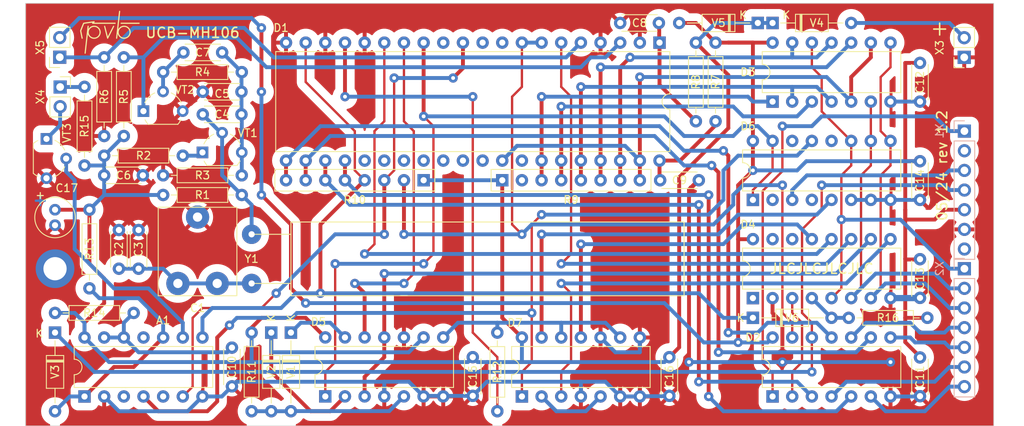
<source format=kicad_pcb>
(kicad_pcb (version 20240108) (generator "pcbnew") (generator_version "8.0")
  (layers (0 "F.Cu" signal) (31 "B.Cu" signal) (34 "B.Paste" user) (35 "F.Paste" user) (36 "B.SilkS" user "B.Silkscreen") (37 "F.SilkS" user "F.Silkscreen") (38 "B.Mask" user) (39 "F.Mask" user) (44 "Edge.Cuts" user))
  (net 0 "")
  (net 1 "Net-(A1A-DIS)")
  (net 2 "GNDD")
  (net 4 "/AE")
  (net 5 "Net-(A1B-DIS)")
  (net 6 "/~{ALM}")
  (net 7 "/~{STB}")
  (net 10 "Net-(A1B-OUT)")
  (net 11 "+BATT")
  (net 12 "Net-(C1-Pad1)")
  (net 13 "Net-(VT1-B)")
  (net 14 "Net-(VT1-E)")
  (net 15 "Net-(VT2-B)")
  (net 16 "Net-(D1-Icc1)")
  (net 17 "Net-(D1-Icc2)")
  (net 18 "+5V")
  (net 20 "Net-(D1-MOD1)")
  (net 21 "/K3")
  (net 22 "/~{LS}")
  (net 25 "Net-(D1-LSP)")
  (net 26 "/MC0")
  (net 28 "/K2")
  (net 30 "/~{BCD1}")
  (net 31 "/~{BCD2}")
  (net 32 "/~{BCD4}")
  (net 33 "/~{BCD8}")
  (net 39 "Net-(D1-~{N}{slash}F0)")
  (net 40 "Net-(D1-EOSC)")
  (net 41 "/~{DMX1}")
  (net 43 "/~{DMX3}")
  (net 44 "/~{DMX4}")
  (net 45 "/~{DMX5}")
  (net 46 "/~{DMX6}")
  (net 47 "/~{DMX7}")
  (net 48 "/~{KEY}")
  (net 49 "/KEY")
  (net 50 "/LS")
  (net 51 "/D0")
  (net 52 "/D1")
  (net 53 "/D2")
  (net 54 "/D3")
  (net 55 "/S1")
  (net 56 "/S2")
  (net 57 "/S0")
  (net 59 "Net-(D4A-~{WE})")
  (net 62 "Net-(D5A-D)")
  (net 63 "/K4")
  (net 64 "Net-(D5B-S)")
  (net 65 "Net-(D5A-~{Q})")
  (net 66 "Net-(D5B-Q)")
  (net 67 "/DP")
  (net 68 "/SET")
  (net 70 "/K5")
  (net 71 "/K1")
  (net 75 "Net-(D7A-D)")
  (net 76 "Net-(VT1-C)")
  (net 78 "Net-(X4-Pin_1)")
  (net 79 "Net-(V4-A)")
  (net 80 "Net-(VT3-D)")
  (footprint "MyComponents:R DIN0207 10.16mm" (layer "F.Cu") (at 100.33 76.835 90)
    (property "Reference" "R15")
    (property "Value" "100R")
  )
  (footprint "MyComponents:R DIN0207 10.16mm" (layer "F.Cu") (at 209.2325 96.52 180)
    (property "Reference" "R16")
    (property "Value" "10k")
  )
  (footprint "Capacitor_THT:C_Disc_D4.3mm_W1.9mm_P5.00mm" (layer "F.Cu") (at 175.895 101.6 -90)
    (property "Reference" "C16")
    (property "Value" "10n")
  )
  (footprint "Resistor_THT:R_Array_SIP8" (layer "F.Cu") (at 154.305 78.74)
    (property "Reference" "R9")
    (property "Value" "4k7")
  )
  (footprint "Connector_PinSocket_2.54mm:PinSocket_1x02_P2.54mm_Vertical" (layer "F.Cu") (at 97.13 62.845 180)
    (property "Reference" "X5")
    (property "Value" "Conn_01x02_Female")
  )
  (footprint "Capacitor_THT:C_Disc_D4.3mm_W1.9mm_P5.00mm" (layer "F.Cu") (at 107.315 90.17 90)
    (property "Reference" "C3")
    (property "Value" "Cx")
  )
  (footprint "Connector_PinSocket_2.54mm:PinSocket_1x02_P2.54mm_Vertical" (layer "F.Cu") (at 97.18 66.695)
    (property "Reference" "X4")
    (property "Value" "SPKR")
  )
  (footprint "Package_DIP:DIP-14_W7.62mm" (layer "F.Cu") (at 189.23 68.58 90)
    (property "Reference" "D3")
    (property "Value" "7410")
  )
  (footprint "MyComponents:R DIN0207 10.16mm" (layer "F.Cu") (at 121.92 98.425 -90)
    (property "Reference" "R11")
    (property "Value" "22k")
  )
  (footprint "Package_DIP:DIP-14_W7.62mm" (layer "F.Cu") (at 100.33 106.68 90)
    (property "Reference" "A1")
    (property "Value" "NE556")
  )
  (footprint "Capacitor_THT:C_Disc_D4.3mm_W1.9mm_P5.00mm" (layer "F.Cu") (at 119.38 100.37 -90)
    (property "Reference" "C10")
    (property "Value" "10n")
  )
  (footprint "MyComponents:R DIN0207 10.16mm" (layer "F.Cu") (at 96.52 95.885)
    (property "Reference" "R14")
    (property "Value" "47k")
  )
  (footprint "Package_DIP:DIP-14_W7.62mm" (layer "F.Cu") (at 156.845 106.68 90)
    (property "Reference" "D7")
    (property "Value" "4013")
  )
  (footprint "Capacitor_THT:C_Disc_D4.3mm_W1.9mm_P5.00mm" (layer "F.Cu") (at 208.28 76.28 -90)
    (property "Reference" "C14")
    (property "Value" "10n")
  )
  (footprint "Diode_THT:D_DO-35_SOD27_P10.16mm_Horizontal" (layer "F.Cu") (at 127 98.425 -90)
    (property "Reference" "V1")
    (property "Value" "4148")
  )
  (footprint "Diode_THT:D_DO-35_SOD27_P10.16mm_Horizontal" (layer "F.Cu") (at 186.69 96.52)
    (property "Reference" "V6")
    (property "Value" "4148")
  )
  (footprint "Capacitor_THT:C_Disc_D4.3mm_W1.9mm_P5.00mm" (layer "F.Cu") (at 208.28 88.94 -90)
    (property "Reference" "C13")
    (property "Value" "10n")
  )
  (footprint "MyComponents:R DIN0207 10.16mm" (layer "F.Cu") (at 102.87 62.865 -90)
    (property "Reference" "R6")
    (property "Value" "10k")
  )
  (footprint "MyComponents:R DIN0207 10.16mm" (layer "F.Cu") (at 179.324 60.96 -90)
    (property "Reference" "R8")
    (property "Value" "1k")
  )
  (footprint "Capacitor_THT:C_Disc_D4.3mm_W1.9mm_P5.00mm" (layer "F.Cu") (at 115.61 70.231)
    (property "Reference" "C4")
    (property "Value" "1n")
  )
  (footprint "MyComponents:R DIN0207 10.16mm" (layer "F.Cu") (at 100.965 92.71 90)
    (property "Reference" "R13")
    (property "Value" "22k")
  )
  (footprint "MyComponents:R DIN0207 10.16mm" (layer "F.Cu") (at 102.87 75.565)
    (property "Reference" "R2")
    (property "Value" "150R")
  )
  (footprint "Capacitor_THT:C_Disc_D4.3mm_W1.9mm_P5.00mm" (layer "F.Cu") (at 150.495 101.6 -90)
    (property "Reference" "C15")
    (property "Value" "10n")
  )
  (footprint "Package_DIP:DIP-14_W7.62mm" (layer "F.Cu") (at 189.23 106.68 90)
    (property "Reference" "D2")
    (property "Value" "7404")
  )
  (footprint "Package_TO_SOT_THT:TO-92L_Wide" (layer "F.Cu") (at 115.57 75.145)
    (property "Reference" "VT1")
    (property "Value" "BC547")
  )
  (footprint "Package_TO_SOT_THT:TO-92L_Wide" (layer "F.Cu") (at 107.94 69.811)
    (property "Reference" "VT2")
    (property "Value" "BC547")
  )
  (footprint "MyComponents:R DIN0207 10.16mm" (layer "F.Cu") (at 153.67 98.425 -90)
    (property "Reference" "R12")
    (property "Value" "10k")
  )
  (footprint "Capacitor_THT:C_Disc_D4.3mm_W1.9mm_P5.00mm" (layer "F.Cu") (at 169.545 58.42)
    (property "Reference" "C8")
    (property "Value" "100n")
  )
  (footprint "MyComponents:PKJ_100kHz" (layer "F.Cu") (at 147.32 88.9 180)
    (property "Reference" "Y1")
    (property "Value" "100kHz")
  )
  (footprint "MyComponents:R DIN0207 10.16mm" (layer "F.Cu") (at 120.65 78.105 180)
    (property "Reference" "R3")
    (property "Value" "5k6")
  )
  (footprint "MyComponents:R DIN0207 10.16mm" (layer "F.Cu") (at 110.49 64.77)
    (property "Reference" "R4")
    (property "Value" "47k")
  )
  (footprint "Package_TO_SOT_THT:TO-92L_Wide" (layer "F.Cu") (at 95.416 73.396 -90)
    (property "Reference" "VT3")
    (property "Value" "BS170")
  )
  (footprint "Capacitor_THT:C_Disc_D4.3mm_W1.9mm_P5.00mm" (layer "F.Cu") (at 179.705 78.74 180)
    (property "Reference" "C9")
    (property "Value" "100n")
  )
  (footprint "MyComponents:R DIN0207 10.16mm" (layer "F.Cu") (at 181.864 71.12 90)
    (property "Reference" "R7")
    (property "Value" "470R")
  )
  (footprint "MyComponents:C_trim_THT" (layer "F.Cu") (at 114.935 88.5825 90)
    (property "Reference" "C1")
    (property "Value" "C_Trim")
  )
  (footprint "Capacitor_THT:C_Disc_D4.3mm_W1.9mm_P5.00mm" (layer "F.Cu") (at 118.11 62.23 180)
    (property "Reference" "C7")
    (property "Value" "150p")
  )
  (footprint "Connector_PinSocket_2.54mm:PinSocket_1x02_P2.54mm_Vertical" (layer "F.Cu") (at 213.995 62.865 180)
    (property "Reference" "X3")
    (property "Value" "BATT")
  )
  (footprint "MyComponents:R DIN0207 10.16mm" (layer "F.Cu") (at 105.41 73.025 90)
    (property "Reference" "R5")
    (property "Value" "6k8")
  )
  (footprint "Capacitor_THT:C_Disc_D4.3mm_W1.9mm_P5.00mm" (layer "F.Cu") (at 120.61 67.31 180)
    (property "Reference" "C5")
    (property "Value" "1n")
  )
  (footprint "Diode_THT:D_DO-35_SOD27_P10.16mm_Horizontal" (layer "F.Cu") (at 96.52 98.425 -90)
    (property "Reference" "V3")
    (property "Value" "4148")
  )
  (footprint "Package_DIP:DIP-16_W7.62mm" (layer "F.Cu") (at 186.69 81.28 90)
    (property "Reference" "D6")
    (property "Value" "4051")
  )
  (footprint "Capacitor_THT:C_Disc_D4.3mm_W1.9mm_P5.00mm" (layer "F.Cu") (at 102.87 78.105)
    (property "Reference" "C6")
    (property "Value" "100n")
  )
  (footprint "Package_DIP:DIP-14_W7.62mm" (layer "F.Cu") (at 131.44 106.67 90)
    (property "Reference" "D5")
    (property "Value" "4013")
  )
  (footprint "Capacitor_THT:C_Disc_D4.3mm_W1.9mm_P5.00mm" (layer "F.Cu") (at 104.775 90.17 90)
    (property "Reference" "C2")
    (property "Value" "Cx")
  )
  (footprint "Diode_THT:D_DO-35_SOD27_P10.16mm_Horizontal" (layer "F.Cu") (at 187.325 58.42 180)
    (property "Reference" "V5")
    (property "Value" "BAT48")
  )
  (footprint "Capacitor_THT:C_Disc_D4.3mm_W1.9mm_P5.00mm" (layer "F.Cu") (at 208.28 101.64 -90)
    (property "Reference" "C11")
    (property "Value" "10n")
  )
  (footprint "Resistor_THT:R_Array_SIP8" (layer "F.Cu") (at 144.145 78.74 180)
    (property "Reference" "R10")
    (property "Value" "4k7")
  )
  (footprint "MyComponents:R DIN0207 10.16mm" (layer "F.Cu") (at 110.49 80.645)
    (property "Reference" "R1")
    (property "Value" "2M2")
  )
  (footprint "Capacitor_THT:C_Disc_D4.3mm_W1.9mm_P5.00mm" (layer "F.Cu") (at 208.28 63.58 -90)
    (property "Reference" "C12")
    (property "Value" "10n")
  )
  (footprint "Diode_THT:D_DO-35_SOD27_P10.16mm_Horizontal" (layer "F.Cu") (at 189.23 58.42)
    (property "Reference" "V4")
    (property "Value" "BAT48")
  )
  (footprint "Package_DIP:DIP-16_W7.62mm" (layer "F.Cu") (at 186.69 93.97 90)
    (property "Reference" "D4")
    (property "Value" "4099")
  )
  (footprint "Capacitor_THT:C_Radial_D5.0mm_H5.0mm_P2.00mm" (layer "F.Cu") (at 96.52 82.55 -90)
    (property "Reference" "C17")
    (property "Value" "47u")
  )
  (footprint "Diode_THT:D_DO-35_SOD27_P10.16mm_Horizontal" (layer "F.Cu") (at 124.46 98.425 -90)
    (property "Reference" "V2")
    (property "Value" "4148")
  )
  (footprint "Package_DIP:DIP-40_W15.24mm" (layer "F.Cu") (at 174.625 60.96 -90)
    (property "Reference" "D1")
    (property "Value" "MH106")
  )
  (footprint "Connector_PinSocket_2.54mm:PinSocket_1x07_P2.54mm_Vertical" (layer "B.Cu") (at 214.02 72.39 180)
    (property "Reference" "X1")
    (property "Value" "Conn_01x07_Female")
  )
  (footprint "Connector_PinSocket_2.54mm:PinSocket_1x07_P2.54mm_Vertical" (layer "B.Cu") (at 214.02 90.17 180)
    (property "Reference" "X2")
    (property "Value" "Conn_01x07_Female")
  )
  (gr_poly (pts (xy 101.598011 58.197693) (xy 101.608279 58.202525) (xy 101.613101 58.205484) (xy 101.617602 58.20855) (xy 101.62178 58.211721) (xy 101.625637 58.214996) (xy 101.629171 58.218371) (xy 101.632384 58.221846) (xy 101.635275 58.225418) (xy 101.637844 58.229086) (xy 101.640091 58.232848) (xy 101.642017 58.236702) (xy 101.643621 58.240647) (xy 101.644904 58.24468) (xy 101.645865 58.248799) (xy 101.646505 58.253004) (xy 101.646824 58.257291) (xy 101.646822 58.261659) (xy 101.646498 58.266107) (xy 101.645854 58.270632) (xy 101.644888 58.275233) (xy 101.643601 58.279908) (xy 101.641994 58.284655) (xy 101.640066 58.289472) (xy 101.637817 58.294357) (xy 101.635247 58.299309) (xy 101.632357 58.304325) (xy 101.629146 58.309405) (xy 101.625615 58.314545) (xy 101.621763 58.319745) (xy 101.617592 58.325002) (xy 101.613099 58.330315) (xy 101.608287 58.335682) (xy 101.603155 58.3411) (xy 101.56696 58.37833) (xy 102.942988 58.382574) (xy 104.319017 58.386818) (xy 104.339538 58.410633) (xy 104.34192 58.413502) (xy 104.344148 58.4164) (xy 104.346223 58.419326) (xy 104.348144 58.422277) (xy 104.349911 58.425252) (xy 104.351525 58.428248) (xy 104.352985 58.431264) (xy 104.354291 58.434298) (xy 104.355443 58.437347) (xy 104.356442 58.44041) (xy 104.357288 58.443484) (xy 104.357979 58.446569) (xy 104.358517 58.449661) (xy 104.358901 58.452759) (xy 104.359132 58.455861) (xy 104.359209 58.458965) (xy 104.359132 58.462069) (xy 104.358901 58.465171) (xy 104.358517 58.468269) (xy 104.357979 58.471362) (xy 104.357288 58.474446) (xy 104.356442 58.477521) (xy 104.355443 58.480584) (xy 104.354291 58.483633) (xy 104.352985 58.486666) (xy 104.351525 58.489682) (xy 104.349911 58.492679) (xy 104.348144 58.495653) (xy 104.346223 58.498605) (xy 104.344148 58.50153) (xy 104.34192 58.504429) (xy 104.339538 58.507298) (xy 104.319017 58.531113) (xy 102.845132 58.533341) (xy 101.691017 58.532929) (xy 101.434479 58.530283) (xy 101.347463 58.525779) (xy 101.344792 58.524588) (xy 101.342159 58.523235) (xy 101.339567 58.521726) (xy 101.337021 58.52007) (xy 101.334526 58.518275) (xy 101.332086 58.516348) (xy 101.329706 58.514298) (xy 101.327389 58.512132) (xy 101.325141 58.509859) (xy 101.322966 58.507486) (xy 101.320868 58.50502) (xy 101.318852 58.502471) (xy 101.316922 58.499845) (xy 101.315083 58.497151) (xy 101.313339 58.494397) (xy 101.311694 58.49159) (xy 101.310153 58.488739) (xy 101.30872 58.485851) (xy 101.3074 58.482933) (xy 101.306198 58.479995) (xy 101.305117 58.477044) (xy 101.304162 58.474088) (xy 101.303338 58.471134) (xy 101.302649 58.468191) (xy 101.302099 58.465266) (xy 101.301693 58.462367) (xy 101.301436 58.459503) (xy 101.301331 58.456681) (xy 101.301384 58.453909) (xy 101.301598 58.451194) (xy 101.301978 58.448546) (xy 101.302529 58.445971) (xy 101.303147 58.443832) (xy 101.303975 58.441485) (xy 101.304998 58.438953) (xy 101.306201 58.43626) (xy 101.307572 58.433428) (xy 101.309096 58.430483) (xy 101.31076 58.427448) (xy 101.312549 58.424345) (xy 101.314449 58.421199) (xy 101.316447 58.418033) (xy 101.318528 58.414871) (xy 101.320679 58.411737) (xy 101.322886 58.408654) (xy 101.325134 58.405645) (xy 101.327411 58.402735) (xy 101.329701 58.399946) (xy 101.351932 58.373573) (xy 101.319074 58.378301) (xy 101.192684 58.396219) (xy 100.661245 58.471711) (xy 100.390484 58.509876) (xy 100.346115 58.516304) (xy 100.309176 58.52217) (xy 100.283522 58.526828) (xy 100.276132 58.528501) (xy 100.274007 58.529137) (xy 100.273009 58.529628) (xy 100.212763 58.673345) (xy 100.089447 58.981393) (xy 99.967904 59.29037) (xy 99.91298 59.436872) (xy 99.914897 59.449626) (xy 99.920392 59.48001) (xy 99.940574 59.585724) (xy 99.970444 59.738118) (xy 100.006918 59.921297) (xy 100.043055 60.104567) (xy 100.072003 60.257211) (xy 100.090822 60.363293) (xy 100.095513 60.393895) (xy 100.096569 60.406882) (xy 100.095374 60.411148) (xy 100.093973 60.415278) (xy 100.092374 60.419267) (xy 100.090583 60.423112) (xy 100.088609 60.42681) (xy 100.086458 60.430357) (xy 100.084138 60.433749) (xy 100.081656 60.436984) (xy 100.079019 60.440056) (xy 100.076235 60.442963) (xy 100.073311 60.445701) (xy 100.070254 60.448267) (xy 100.067071 60.450657) (xy 100.06377 60.452867) (xy 100.060358 60.454895) (xy 100.056842 60.456735) (xy 100.053229 60.458386) (xy 100.049528 60.459842) (xy 100.045744 60.461101) (xy 100.041886 60.46216) (xy 100.03796 60.463013) (xy 100.033974 60.463659) (xy 100.029936 60.464093) (xy 100.025852 60.464312) (xy 100.021729 60.464313) (xy 100.017576 60.464091) (xy 100.013398 60.463643) (xy 100.009205 60.462965) (xy 100.005002 60.462055) (xy 100.000797 60.460908) (xy 99.996598 60.459521) (xy 99.992411 60.457891) (xy 99.992411 60.457893) (xy 99.989731 60.456666) (xy 99.987034 60.455231) (xy 99.984336 60.453606) (xy 99.981654 60.451807) (xy 99.979006 60.449852) (xy 99.976408 60.447757) (xy 99.973878 60.445539) (xy 99.971432 60.443215) (xy 99.969087 60.440801) (xy 99.966861 60.438316) (xy 99.964771 60.435775) (xy 99.962833 60.433195) (xy 99.961065 60.430594) (xy 99.959484 60.427987) (xy 99.958107 60.425393) (xy 99.95695 60.422827) (xy 99.952966 60.408005) (xy 99.945412 60.374984) (xy 99.921357 60.262729) (xy 99.888303 60.102823) (xy 99.849766 59.912025) (xy 99.795932 59.64058) (xy 99.779231 59.553019) (xy 99.768204 59.490671) (xy 99.762002 59.448367) (xy 99.759773 59.420936) (xy 99.760666 59.403209) (xy 99.763829 59.390015) (xy 99.782984 59.339445) (xy 99.82679 59.228046) (xy 99.962311 58.888581) (xy 100.044116 58.686977) (xy 100.106583 58.537381) (xy 100.148689 58.442181) (xy 100.161788 58.415726) (xy 100.169415 58.403766) (xy 100.171264 58.402162) (xy 100.173471 58.400584) (xy 100.17613 58.399014) (xy 100.179339 58.397439) (xy 100.183194 58.39584) (xy 100.187794 58.394204) (xy 100.193233 58.392512) (xy 100.19961 58.390751) (xy 100.207021 58.388903) (xy 100.215562 58.386953) (xy 100.236426 58.382683) (xy 100.262974 58.377812) (xy 100.295983 58.372215) (xy 100.336226 58.365762) (xy 100.384478 58.358327) (xy 100.441515 58.349783) (xy 100.50811 58.340001) (xy 100.673074 58.316217) (xy 100.885569 58.285955) (xy 101.286131 58.2294) (xy 101.496039 58.20173) (xy 101.550153 58.196342) (xy 101.58139 58.195315)) (fill solid) (layer "F.SilkS"))
  (gr_poly (pts (xy 104.091945 58.771857) (xy 104.097167 58.772352) (xy 104.102359 58.773194) (xy 104.107497 58.774375) (xy 104.112558 58.775886) (xy 104.11752 58.777716) (xy 104.122357 58.779855) (xy 104.127046 58.782295) (xy 104.131565 58.785026) (xy 104.135889 58.788039) (xy 104.139995 58.791323) (xy 104.14386 58.794869) (xy 104.147459 58.798668) (xy 104.150769 58.802711) (xy 104.153767 58.806987) (xy 104.15643 58.811487) (xy 104.158733 58.816202) (xy 104.160653 58.821121) (xy 104.162167 58.826237) (xy 104.163251 58.831538) (xy 104.163881 58.837015) (xy 104.164034 58.84266) (xy 104.16254 58.849023) (xy 104.158147 58.860907) (xy 104.140481 58.901615) (xy 104.110669 58.965539) (xy 104.068341 59.053436) (xy 104.01313 59.166063) (xy 103.944668 59.304176) (xy 103.766518 59.659883) (xy 103.550564 60.087993) (xy 103.427796 60.326638) (xy 103.392149 60.39231) (xy 103.368748 60.431494) (xy 103.353908 60.451149) (xy 103.343948 60.458236) (xy 103.341256 60.459147) (xy 103.338455 60.460002) (xy 103.335568 60.460796) (xy 103.332617 60.461528) (xy 103.329625 60.462194) (xy 103.326613 60.462791) (xy 103.323605 60.463316) (xy 103.320622 60.463765) (xy 103.317688 60.464136) (xy 103.314823 60.464426) (xy 103.312051 60.464631) (xy 103.309395 60.464748) (xy 103.306875 60.464775) (xy 103.304515 60.464707) (xy 103.302337 60.464543) (xy 103.300364 60.464279) (xy 103.300363 60.464279) (xy 103.296213 60.46355) (xy 103.292283 60.462712) (xy 103.288528 60.461614) (xy 103.286702 60.460921) (xy 103.284902 60.460106) (xy 103.283123 60.459152) (xy 103.281359 60.458038) (xy 103.279604 60.456748) (xy 103.277853 60.455261) (xy 103.276101 60.453559) (xy 103.27434 60.451623) (xy 103.272567 60.449435) (xy 103.270774 60.446976) (xy 103.268957 60.444227) (xy 103.267109 60.441169) (xy 103.265225 60.437784) (xy 103.263299 60.434052) (xy 103.261325 60.429956) (xy 103.259299 60.425476) (xy 103.257213 60.420594) (xy 103.255063 60.41529) (xy 103.250546 60.403344) (xy 103.245703 60.389489) (xy 103.240487 60.373574) (xy 103.234853 60.355449) (xy 103.228755 60.334965) (xy 103.222149 60.311971) (xy 103.214987 60.286317) (xy 103.207226 60.257854) (xy 103.198819 60.226432) (xy 103.18972 60.1919) (xy 103.179885 60.154108) (xy 103.169266 60.112907) (xy 103.1455 60.019677) (xy 103.118057 59.911009) (xy 103.050682 59.642561) (xy 102.912523 59.084421) (xy 102.870489 58.909209) (xy 102.855045 58.838416) (xy 102.855286 58.833107) (xy 102.856006 58.827961) (xy 102.857179 58.822985) (xy 102.858782 58.818189) (xy 102.860791 58.813581) (xy 102.863183 58.80917) (xy 102.865932 58.804965) (xy 102.869016 58.800975) (xy 102.87241 58.797208) (xy 102.87609 58.793673) (xy 102.880031 58.790379) (xy 102.884211 58.787335) (xy 102.888606 58.78455) (xy 102.89319 58.782032) (xy 102.89794 58.77979) (xy 102.902832 58.777832) (xy 102.907843 58.776169) (xy 102.912947 58.774808) (xy 102.918122 58.773757) (xy 102.923343 58.773027) (xy 102.928585 58.772626) (xy 102.933826 58.772562) (xy 102.939041 58.772844) (xy 102.944206 58.773481) (xy 102.949297 58.774482) (xy 102.954291 58.775856) (xy 102.959162 58.777611) (xy 102.963887 58.779756) (xy 102.968443 58.7823) (xy 102.972805 58.785252) (xy 102.976948 58.78862) (xy 102.98085 58.792413) (xy 102.98385 58.796909) (xy 102.987566 58.804947) (xy 102.992092 58.816875) (xy 102.997522 58.833042) (xy 103.003949 58.853794) (xy 103.011467 58.87948) (xy 103.030152 58.947041) (xy 103.054326 59.038507) (xy 103.084737 59.156659) (xy 103.122136 59.304277) (xy 103.167273 59.484143) (xy 103.287914 59.958992) (xy 103.326069 60.103452) (xy 103.341811 60.156518) (xy 103.349963 60.142798) (xy 103.370853 60.103458) (xy 103.445222 59.958951) (xy 103.55366 59.74507) (xy 103.684908 59.483887) (xy 103.927905 59.003203) (xy 104.005858 58.852611) (xy 104.039276 58.792118) (xy 104.043272 58.788154) (xy 104.047496 58.784643) (xy 104.051926 58.781576) (xy 104.056539 58.778942) (xy 104.061309 58.776733) (xy 104.066215 58.774939) (xy 104.071232 58.77355) (xy 104.076338 58.772557) (xy 104.081507 58.77195) (xy 104.086718 58.77172)) (fill solid) (layer "F.SilkS"))
  (gr_poly (pts (xy 100.801906 58.773043) (xy 100.806506 58.773505) (xy 100.811083 58.774231) (xy 100.81562 58.775217) (xy 100.8201 58.776459) (xy 100.824507 58.777954) (xy 100.828825 58.779696) (xy 100.833037 58.781682) (xy 100.837126 58.783907) (xy 100.841075 58.786369) (xy 100.84487 58.789062) (xy 100.848491 58.791982) (xy 100.851924 58.795126) (xy 100.855152 58.798489) (xy 100.858158 58.802067) (xy 100.860926 58.805857) (xy 100.863438 58.809853) (xy 100.865679 58.814053) (xy 100.867633 58.818451) (xy 100.869281 58.823044) (xy 100.86992 58.827493) (xy 100.87014 58.835258) (xy 100.869421 58.859589) (xy 100.867318 58.893746) (xy 100.864028 58.935433) (xy 100.859747 58.982359) (xy 100.854671 59.032231) (xy 100.848995 59.082754) (xy 100.842916 59.131637) (xy 100.842004 59.139732) (xy 100.841448 59.147274) (xy 100.841239 59.154099) (xy 100.841262 59.157191) (xy 100.841369 59.160043) (xy 100.841558 59.162633) (xy 100.841828 59.164942) (xy 100.842178 59.166948) (xy 100.842607 59.168631) (xy 100.843114 59.16997) (xy 100.843697 59.170945) (xy 100.844017 59.17129) (xy 100.844356 59.171536) (xy 100.844714 59.17168) (xy 100.84509 59.171721) (xy 100.845518 59.171643) (xy 100.846028 59.171432) (xy 100.846618 59.171092) (xy 100.847285 59.170627) (xy 100.848842 59.169332) (xy 100.850675 59.167575) (xy 100.852765 59.165381) (xy 100.85509 59.162778) (xy 100.857628 59.159792) (xy 100.860359 59.156449) (xy 100.86326 59.152775) (xy 100.866312 59.148798) (xy 100.869492 59.144544) (xy 100.872779 59.14004) (xy 100.876152 59.135311) (xy 100.87959 59.130385) (xy 100.883071 59.125289) (xy 100.886575 59.120047) (xy 100.894593 59.108541) (xy 100.903891 59.096293) (xy 100.914344 59.083423) (xy 100.925826 59.070056) (xy 100.93821 59.056312) (xy 100.95137 59.042314) (xy 100.96518 59.028185) (xy 100.979513 59.014047) (xy 100.994244 59.000023) (xy 101.009246 58.986233) (xy 101.024393 58.972802) (xy 101.039559 58.959851) (xy 101.054617 58.947502) (xy 101.069441 58.935878) (xy 101.083905 58.925101) (xy 101.097884 58.915293) (xy 101.111077 58.906634) (xy 101.125133 58.897945) (xy 101.139958 58.889269) (xy 101.155459 58.880647) (xy 101.188113 58.863736) (xy 101.222346 58.847551) (xy 101.257409 58.83243) (xy 101.292553 58.818712) (xy 101.309921 58.812485) (xy 101.327029 58.806735) (xy 101.343782 58.801506) (xy 101.360087 58.796838) (xy 101.381649 58.791272) (xy 101.391831 58.788933) (xy 101.401853 58.786868) (xy 101.411897 58.785061) (xy 101.422142 58.783497) (xy 101.432768 58.782158) (xy 101.443956 58.78103) (xy 101.455887 58.780096) (xy 101.468739 58.779339) (xy 101.482694 58.778744) (xy 101.497933 58.778295) (xy 101.532979 58.77777) (xy 101.575319 58.777634) (xy 101.63043 58.778229) (xy 101.655016 58.779022) (xy 101.677954 58.780208) (xy 101.699494 58.781835) (xy 101.719883 58.783952) (xy 101.739373 58.786605) (xy 101.758211 58.789842) (xy 101.776647 58.79371) (xy 101.794929 58.798258) (xy 101.813308 58.803533) (xy 101.832032 58.809582) (xy 101.851349 58.816453) (xy 101.87151 58.824194) (xy 101.915358 58.842476) (xy 101.947704 58.857556) (xy 101.9799 58.87464) (xy 102.011811 58.893598) (xy 102.043304 58.914301) (xy 102.074245 58.936619) (xy 102.1045 58.960425) (xy 102.133935 58.985588) (xy 102.162415 59.011979) (xy 102.189808 59.039469) (xy 102.215978 59.067929) (xy 102.240792 59.09723) (xy 102.264116 59.127242) (xy 102.285816 59.157837) (xy 102.305758 59.188884) (xy 102.323807 59.220255) (xy 102.339831 59.251821) (xy 102.351397 59.27747) (xy 102.3622 59.303888) (xy 102.372219 59.330951) (xy 102.381429 59.358536) (xy 102.389809 59.38652) (xy 102.397335 59.41478) (xy 102.403984 59.443192) (xy 102.409734 59.471635) (xy 102.414561 59.499984) (xy 102.418442 59.528116) (xy 102.421356 59.55591) (xy 102.423278 59.58324) (xy 102.424185 59.609986) (xy 102.424056 59.636022) (xy 102.422866 59.661227) (xy 102.420594 59.685477) (xy 102.415128 59.72589) (xy 102.408476 59.765097) (xy 102.400617 59.803139) (xy 102.391534 59.840055) (xy 102.381208 59.875888) (xy 102.369619 59.910678) (xy 102.35675 59.944467) (xy 102.342582 59.977294) (xy 102.327095 60.009202) (xy 102.310271 60.04023) (xy 102.292091 60.070421) (xy 102.272536 60.099814) (xy 102.251588 60.128451) (xy 102.229229 60.156373) (xy 102.205438 60.18362) (xy 102.180198 60.210234) (xy 102.15296 60.236647) (xy 102.124816 60.261647) (xy 102.095815 60.285229) (xy 102.066007 60.307386) (xy 102.035444 60.328114) (xy 102.004175 60.347407) (xy 101.972249 60.365259) (xy 101.939718 60.381665) (xy 101.906632 60.39662) (xy 101.87304 60.410118) (xy 101.838992 60.422154) (xy 101.80454 60.432722) (xy 101.769732 60.441816) (xy 101.73462 60.449431) (xy 101.699253 60.455562) (xy 101.663682 60.460204) (xy 101.627956 60.46335) (xy 101.592126 60.464995) (xy 101.556242 60.465134) (xy 101.520355 60.463762) (xy 101.484513 60.460872) (xy 101.448768 60.456459) (xy 101.413169 60.450519) (xy 101.377767 60.443045) (xy 101.342612 60.434031) (xy 101.307755 60.423473) (xy 101.273244 60.411365) (xy 101.23913 60.397702) (xy 101.205465 60.382477) (xy 101.172296 60.365686) (xy 101.139676 60.347323) (xy 101.107653 60.327383) (xy 101.092716 60.317153) (xy 101.076993 60.30552) (xy 101.060646 60.292642) (xy 101.043832 60.278679) (xy 101.026713 60.26379) (xy 101.009447 60.248134) (xy 100.992195 60.23187) (xy 100.975116 60.215158) (xy 100.95837 60.198157) (xy 100.942116 60.181025) (xy 100.926515 60.163922) (xy 100.911725 60.147007) (xy 100.897907 60.130439) (xy 100.88522 60.114378) (xy 100.873824 60.098983) (xy 100.863878 60.084412) (xy 100.848924 60.060099) (xy 100.83333 60.032491) (xy 100.817907 60.003281) (xy 100.803468 59.974162) (xy 100.790824 59.946825) (xy 100.780788 59.922963) (xy 100.777001 59.912864) (xy 100.77417 59.904268) (xy 100.772398 59.897388) (xy 100.771784 59.892434) (xy 100.771776 59.891814) (xy 100.77175 59.891228) (xy 100.771708 59.890675) (xy 100.77165 59.890156) (xy 100.771575 59.889672) (xy 100.771483 59.889221) (xy 100.771376 59.888803) (xy 100.771253 59.88842) (xy 100.771114 59.888072) (xy 100.77096 59.887757) (xy 100.770791 59.887476) (xy 100.770607 59.88723) (xy 100.770407 59.887018) (xy 100.770193 59.886841) (xy 100.769965 59.886698) (xy 100.769722 59.88659) (xy 100.769465 59.886516) (xy 100.769194 59.886477) (xy 100.768909 59.886473) (xy 100.76861 59.886504) (xy 100.768298 59.88657) (xy 100.767973 59.88667) (xy 100.767635 59.886806) (xy 100.767284 59.886976) (xy 100.76692 59.887182) (xy 100.766543 59.887423) (xy 100.766155 59.8877) (xy 100.765754 59.888012) (xy 100.765341 59.888359) (xy 100.764916 59.888742) (xy 100.76448 59.88916) (xy 100.764032 59.889614) (xy 100.763617 59.890199) (xy 100.763171 59.891118) (xy 100.762195 59.893919) (xy 100.761114 59.897945) (xy 100.759939 59.903126) (xy 100.757354 59.916662) (xy 100.754527 59.933955) (xy 100.751546 59.954432) (xy 100.748499 59.977521) (xy 100.745475 60.002648) (xy 100.74256 60.029241) (xy 100.728001 60.164544) (xy 100.712262 60.305099) (xy 100.682534 60.567348) (xy 100.653012 60.835597) (xy 100.5846 61.450974) (xy 100.552688 61.733937) (xy 100.524728 61.98996) (xy 100.506638 62.153096) (xy 100.492769 62.265404) (xy 100.487144 62.304518) (xy 100.482247 62.33335) (xy 100.477967 62.352707) (xy 100.474195 62.363399) (xy 100.472115 62.366968) (xy 100.469812 62.370347) (xy 100.467297 62.373536) (xy 100.464584 62.376532) (xy 100.461684 62.379335) (xy 100.458612 62.381942) (xy 100.455378 62.384353) (xy 100.451996 62.386566) (xy 100.448478 62.38858) (xy 100.444838 62.390392) (xy 100.441086 62.392003) (xy 100.437236 62.393409) (xy 100.433301 62.394611) (xy 100.429293 62.395606) (xy 100.425225 62.396392) (xy 100.421109 62.39697) (xy 100.416958 62.397336) (xy 100.412783 62.39749) (xy 100.408599 62.39743) (xy 100.404418 62.397155) (xy 100.400251 62.396664) (xy 100.396112 62.395954) (xy 100.392013 62.395025) (xy 100.387967 62.393875) (xy 100.383986 62.392502) (xy 100.380082 62.390906) (xy 100.37627 62.389084) (xy 100.37256 62.387036) (xy 100.368966 62.384759) (xy 100.365499 62.382254) (xy 100.362174 62.379517) (xy 100.359002 62.376547) (xy 100.359001 62.376545) (xy 100.356504 62.373941) (xy 100.354163 62.371268) (xy 100.351978 62.368529) (xy 100.349949 62.365725) (xy 100.348079 62.362859) (xy 100.346367 62.359932) (xy 100.344815 62.356946) (xy 100.343423 62.353904) (xy 100.342192 62.350806) (xy 100.341122 62.347655) (xy 100.340216 62.344453) (xy 100.339473 62.341201) (xy 100.338894 62.337903) (xy 100.338481 62.334558) (xy 100.338233 62.33117) (xy 100.338152 62.32774) (xy 100.339665 62.302532) (xy 100.344085 62.253133) (xy 100.361047 62.087376) (xy 100.387843 61.841707) (xy 100.423278 61.527364) (xy 100.453883 61.256236) (xy 100.482412 60.996866) (xy 100.550824 60.381489) (xy 100.581428 60.110361) (xy 100.609957 59.850992) (xy 100.636731 59.607163) (xy 100.876712 59.607163) (xy 100.876839 59.638403) (xy 100.878366 59.669534) (xy 100.885572 59.731273) (xy 100.898231 59.791995) (xy 100.916246 59.851314) (xy 100.939518 59.908844) (xy 100.953094 59.936817) (xy 100.967947 59.964197) (xy 100.984065 59.990938) (xy 101.001435 60.016989) (xy 101.020045 60.042303) (xy 101.039884 60.066832) (xy 101.060937 60.090528) (xy 101.083194 60.113341) (xy 101.106641 60.135224) (xy 101.131267 60.156129) (xy 101.157059 60.176007) (xy 101.184005 60.19481) (xy 101.203103 60.207207) (xy 101.221607 60.218636) (xy 101.239699 60.22916) (xy 101.257561 60.238843) (xy 101.275375 60.247749) (xy 101.293321 60.255941) (xy 101.311581 60.263483) (xy 101.330338 60.270439) (xy 101.349773 60.276873) (xy 101.370067 60.282848) (xy 101.391402 60.288427) (xy 101.413959 60.293675) (xy 101.437921 60.298655) (xy 101.463469 60.303431) (xy 101.490785 60.308067) (xy 101.52005 60.312626) (xy 101.526187 60.313295) (xy 101.533839 60.313716) (xy 101.553054 60.313851) (xy 101.576417 60.313121) (xy 101.602653 60.311611) (xy 101.630485 60.309409) (xy 101.658635 60.306604) (xy 101.685827 60.303283) (xy 101.710786 60.299534) (xy 101.754624 60.290374) (xy 101.797761 60.277821) (xy 101.840038 60.262018) (xy 101.881297 60.243107) (xy 101.921379 60.22123) (xy 101.960126 60.196529) (xy 101.997379 60.169147) (xy 102.032978 60.139226) (xy 102.066767 60.106909) (xy 102.098585 60.072336) (xy 102.128275 60.035652) (xy 102.155678 59.996998) (xy 102.180634 59.956516) (xy 102.202987 59.914349) (xy 102.222576 59.870638) (xy 102.239243 59.825527) (xy 102.246566 59.802718) (xy 102.249595 59.792489) (xy 102.252237 59.782744) (xy 102.25452 59.77326) (xy 102.25647 59.76381) (xy 102.258115 59.754171) (xy 102.259481 59.744118) (xy 102.260596 59.733425) (xy 102.261485 59.721869) (xy 102.262176 59.709225) (xy 102.262696 59.695268) (xy 102.263329 59.662516) (xy 102.263599 59.621816) (xy 102.263594 59.58266) (xy 102.263182 59.550586) (xy 102.262217 59.524166) (xy 102.260559 59.501973) (xy 102.259425 59.492014) (xy 102.258064 59.482577) (xy 102.256458 59.473482) (xy 102.25459 59.46455) (xy 102.249994 59.446465) (xy 102.244133 59.426892) (xy 102.230374 59.386727) (xy 102.214822 59.347977) (xy 102.197501 59.310667) (xy 102.178434 59.274823) (xy 102.157645 59.240471) (xy 102.135158 59.207638) (xy 102.110996 59.176347) (xy 102.085183 59.146626) (xy 102.057743 59.118499) (xy 102.0287 59.091993) (xy 101.998076 59.067134) (xy 101.965897 59.043947) (xy 101.932184 59.022457) (xy 101.896963 59.002691) (xy 101.860257 58.984673) (xy 101.822089 58.968431) (xy 101.805682 58.962187) (xy 101.789468 58.95649) (xy 101.773362 58.951331) (xy 101.757282 58.946697) (xy 101.741144 58.942575) (xy 101.724864 58.938955) (xy 101.708359 58.935824) (xy 101.691546 58.93317) (xy 101.674341 58.930982) (xy 101.65666 58.929247) (xy 101.63842 58.927954) (xy 101.619538 58.927091) (xy 101.599929 58.926645) (xy 101.579512 58.926606) (xy 101.558201 58.926961) (xy 101.535915 58.927698) (xy 101.506698 58.929354) (xy 101.478337 58.931931) (xy 101.450765 58.935456) (xy 101.423918 58.939952) (xy 101.397731 58.945444) (xy 101.372137 58.951956) (xy 101.347072 58.959514) (xy 101.32247 58.96814) (xy 101.298266 58.977862) (xy 101.274395 58.988701) (xy 101.250792 59.000684) (xy 101.22739 59.013835) (xy 101.204125 59.028178) (xy 101.180932 59.043738) (xy 101.157745 59.06054) (xy 101.134499 59.078607) (xy 101.119971 59.090533) (xy 101.106062 59.102491) (xy 101.092735 59.114527) (xy 101.079953 59.126688) (xy 101.067676 59.139021) (xy 101.055867 59.151572) (xy 101.044489 59.164389) (xy 101.033503 59.177517) (xy 101.022872 59.191003) (xy 101.012556 59.204895) (xy 101.00252 59.219238) (xy 100.992724 59.23408) (xy 100.983131 59.249467) (xy 100.973702 59.265446) (xy 100.964401 59.282064) (xy 100.955188 59.299367) (xy 100.940631 59.329046) (xy 100.927598 59.359098) (xy 100.916077 59.389475) (xy 100.906054 59.42013) (xy 100.897519 59.451012) (xy 100.890458 59.482075) (xy 100.884859 59.51327) (xy 100.88071 59.544548) (xy 100.877999 59.575862) (xy 100.876712 59.607163) (xy 100.636731 59.607163) (xy 100.649125 59.494298) (xy 100.673929 59.278055) (xy 100.686517 59.167472) (xy 100.699564 59.044636) (xy 100.706371 58.979401) (xy 100.712304 58.927178) (xy 100.717684 58.886284) (xy 100.722832 58.855041) (xy 100.728066 58.831766) (xy 100.730816 58.822591) (xy 100.733708 58.814779) (xy 100.736782 58.808118) (xy 100.740077 58.802399) (xy 100.743635 58.797412) (xy 100.747494 58.792946) (xy 100.750894 58.789601) (xy 100.754486 58.786573) (xy 100.758252 58.783858) (xy 100.762178 58.781453) (xy 100.766245 58.779352) (xy 100.770437 58.777553) (xy 100.774738 58.776051) (xy 100.779132 58.774841) (xy 100.783601 58.77392) (xy 100.78813 58.773284) (xy 100.792701 58.772929) (xy 100.797299 58.77285)) (fill solid) (layer "F.SilkS"))
  (gr_poly (pts (xy 104.872313 56.840499) (xy 104.876743 56.84101) (xy 104.881166 56.841786) (xy 104.88557 56.842828) (xy 104.889944 56.844138) (xy 104.894276 56.845717) (xy 104.898556 56.847567) (xy 104.902771 56.84969) (xy 104.90691 56.852087) (xy 104.910963 56.854761) (xy 104.914917 56.857712) (xy 104.918763 56.860943) (xy 104.922487 56.864456) (xy 104.92444 56.866515) (xy 104.926257 56.86869) (xy 104.927938 56.871025) (xy 104.92948 56.873565) (xy 104.930882 56.876357) (xy 104.932141 56.879444) (xy 104.933257 56.882872) (xy 104.934228 56.886686) (xy 104.935052 56.890931) (xy 104.935727 56.895653) (xy 104.936251 56.900895) (xy 104.936624 56.906704) (xy 104.936842 56.913124) (xy 104.936906 56.920201) (xy 104.936812 56.927979) (xy 104.936559 56.936504) (xy 104.936146 56.945821) (xy 104.935571 56.955975) (xy 104.933927 56.978972) (xy 104.931615 57.005858) (xy 104.92862 57.036993) (xy 104.924929 57.072738) (xy 104.920529 57.113452) (xy 104.909548 57.211235) (xy 104.866536 57.593193) (xy 104.823792 57.977278) (xy 104.780821 58.36348) (xy 104.738147 58.747556) (xy 104.70074 59.082795) (xy 104.694643 59.139009) (xy 104.690032 59.185425) (xy 104.687356 59.217226) (xy 104.686884 59.226141) (xy 104.687064 59.229596) (xy 104.687226 59.229673) (xy 104.687447 59.229644) (xy 104.687725 59.229511) (xy 104.68806 59.229276) (xy 104.68845 59.228943) (xy 104.688892 59.228512) (xy 104.689927 59.227372) (xy 104.691153 59.225874) (xy 104.692556 59.224039) (xy 104.694123 59.221886) (xy 104.69584 59.219435) (xy 104.697693 59.216705) (xy 104.69967 59.213716) (xy 104.701757 59.210487) (xy 104.70394 59.207039) (xy 104.706205 59.20339) (xy 104.70854 59.19956) (xy 104.710931 59.195568) (xy 104.713364 59.191435) (xy 104.72427 59.173466) (xy 104.736113 59.155297) (xy 104.748824 59.137005) (xy 104.762332 59.118665) (xy 104.776566 59.100355) (xy 104.791455 59.082151) (xy 104.80693 59.064128) (xy 104.822921 59.046365) (xy 104.839355 59.028936) (xy 104.856164 59.011919) (xy 104.873277 58.995389) (xy 104.890624 58.979424) (xy 104.908133 58.964099) (xy 104.925736 58.949492) (xy 104.94336 58.935678) (xy 104.960936 58.922734) (xy 104.973183 58.914387) (xy 104.986831 58.905767) (xy 105.00172 58.896947) (xy 105.017691 58.887998) (xy 105.052246 58.870009) (xy 105.08922 58.85238) (xy 105.127343 58.835694) (xy 105.165341 58.820531) (xy 105.183895 58.813704) (xy 105.20194 58.807475) (xy 105.219318 58.801918) (xy 105.235868 58.797106) (xy 105.257949 58.791336) (xy 105.268277 58.788917) (xy 105.278374 58.786785) (xy 105.288425 58.784923) (xy 105.298612 58.783315) (xy 105.309121 58.781944) (xy 105.320133 58.780792) (xy 105.331835 58.779842) (xy 105.344408 58.779078) (xy 105.358036 58.778483) (xy 105.372904 58.778039) (xy 105.407093 58.777537) (xy 105.448444 58.777438) (xy 105.489392 58.777648) (xy 105.523454 58.778245) (xy 105.55202 58.779358) (xy 105.576479 58.781117) (xy 105.598219 58.78365) (xy 105.61863 58.787088) (xy 105.6391 58.79156) (xy 105.661019 58.797195) (xy 105.706616 58.810869) (xy 105.750858 58.826767) (xy 105.793703 58.844808) (xy 105.835109 58.864908) (xy 105.875032 58.886983) (xy 105.913432 58.910952) (xy 105.950264 58.93673) (xy 105.985488 58.964235) (xy 106.019059 58.993384) (xy 106.050938 59.024094) (xy 106.081079 59.056282) (xy 106.109442 59.089865) (xy 106.135984 59.12476) (xy 106.160663 59.160883) (xy 106.183435 59.198153) (xy 106.204259 59.236485) (xy 106.223093 59.275796) (xy 106.239893 59.316005) (xy 106.254618 59.357028) (xy 106.267225 59.398781) (xy 106.277672 59.441182) (xy 106.285916 59.484147) (xy 106.291915 59.527595) (xy 106.295626 59.571441) (xy 106.297007 59.615602) (xy 106.296017 59.659997) (xy 106.292611 59.704541) (xy 106.286748 59.749152) (xy 106.278386 59.793746) (xy 106.267482 59.838241) (xy 106.253994 59.882554) (xy 106.237879 59.926601) (xy 106.226198 59.954564) (xy 106.21362 59.981951) (xy 106.200166 60.008748) (xy 106.185855 60.034939) (xy 106.170709 60.06051) (xy 106.154746 60.085444) (xy 106.137988 60.109729) (xy 106.120454 60.133347) (xy 106.083139 60.178527) (xy 106.042964 60.220865) (xy 106.000089 60.260239) (xy 105.954676 60.296531) (xy 105.906887 60.32962) (xy 105.856882 60.359386) (xy 105.804823 60.385708) (xy 105.750871 60.408468) (xy 105.723236 60.418474) (xy 105.695188 60.427544) (xy 105.666747 60.435663) (xy 105.637934 60.442817) (xy 105.608769 60.448989) (xy 105.579272 60.454166) (xy 105.549462 60.458332) (xy 105.519361 60.461472) (xy 105.453553 60.464634) (xy 105.388446 60.462748) (xy 105.32427 60.455947) (xy 105.261257 60.444362) (xy 105.199636 60.428125) (xy 105.139639 60.407369) (xy 105.081494 60.382225) (xy 105.025433 60.352825) (xy 104.971686 60.319301) (xy 104.920483 60.281786) (xy 104.872055 60.240411) (xy 104.826631 60.195308) (xy 104.784443 60.146609) (xy 104.74572 60.094447) (xy 104.710694 60.038953) (xy 104.679593 59.980259) (xy 104.673832 59.967957) (xy 104.668019 59.954882) (xy 104.662313 59.941432) (xy 104.656872 59.92801) (xy 104.651855 59.915016) (xy 104.64742 59.902849) (xy 104.643726 59.891911) (xy 104.640932 59.882602) (xy 104.638928 59.875659) (xy 104.636837 59.869094) (xy 104.634689 59.862956) (xy 104.632514 59.857288) (xy 104.630341 59.852139) (xy 104.628201 59.847552) (xy 104.626124 59.843576) (xy 104.624138 59.840254) (xy 104.622274 59.837634) (xy 104.620563 59.835762) (xy 104.619773 59.835121) (xy 104.619032 59.834684) (xy 104.618344 59.834456) (xy 104.617713 59.834444) (xy 104.617142 59.834654) (xy 104.616636 59.835091) (xy 104.616196 59.835761) (xy 104.615829 59.836669) (xy 104.615536 59.837822) (xy 104.615323 59.839225) (xy 104.615148 59.842804) (xy 104.605752 59.937166) (xy 104.584771 60.126331) (xy 104.563017 60.31477) (xy 104.551301 60.406952) (xy 104.550108 60.411182) (xy 104.548711 60.415278) (xy 104.547116 60.419236) (xy 104.545332 60.423053) (xy 104.543365 60.426725) (xy 104.541222 60.430248) (xy 104.538912 60.43362) (xy 104.53644 60.436835) (xy 104.533816 60.439891) (xy 104.531046 60.442785) (xy 104.528136 60.445511) (xy 104.525096 60.448068) (xy 104.521931 60.45045) (xy 104.51865 60.452656) (xy 104.51526 60.45468) (xy 104.511767 60.456519) (xy 104.50818 60.458171) (xy 104.504506 60.45963) (xy 104.500751 60.460894) (xy 104.496924 60.461959) (xy 104.493031 60.462821) (xy 104.48908 60.463477) (xy 104.485079 60.463923) (xy 104.481034 60.464155) (xy 104.476953 60.464171) (xy 104.472843 60.463965) (xy 104.468712 60.463535) (xy 104.464567 60.462877) (xy 104.460415 60.461988) (xy 104.456263 60.460863) (xy 104.45212 60.459499) (xy 104.447991 60.457893) (xy 104.447992 60.457893) (xy 104.443956 60.456121) (xy 104.440146 60.454277) (xy 104.436558 60.452342) (xy 104.43319 60.4503) (xy 104.430037 60.448132) (xy 104.427096 60.445821) (xy 104.424365 60.443349) (xy 104.42184 60.440699) (xy 104.419517 60.437852) (xy 104.417394 60.434792) (xy 104.415466 60.4315) (xy 104.413732 60.427959) (xy 104.412187 60.424151) (xy 104.410828 60.420058) (xy 104.409652 60.415663) (xy 104.408655 60.410948) (xy 104.407835 60.405896) (xy 104.407188 60.400488) (xy 104.406711 60.394708) (xy 104.4064 60.388536) (xy 104.406252 60.381957) (xy 104.406265 60.374951) (xy 104.406433 60.367502) (xy 104.406756 60.359591) (xy 104.407228 60.351201) (xy 104.407847 60.342315) (xy 104.409511 60.322981) (xy 104.411724 60.301449) (xy 104.414457 60.277576) (xy 104.442516 60.033103) (xy 104.478929 59.702452) (xy 104.488859 59.612089) (xy 104.750712 59.612089) (xy 104.751369 59.650223) (xy 104.754154 59.688532) (xy 104.759107 59.726941) (xy 104.76627 59.765375) (xy 104.775682 59.803756) (xy 104.787385 59.842011) (xy 104.801418 59.880063) (xy 104.808173 59.896369) (xy 104.81516 59.912161) (xy 104.822416 59.927495) (xy 104.82998 59.942426) (xy 104.837892 59.957012) (xy 104.846188 59.971308) (xy 104.854908 59.98537) (xy 104.864089 59.999256) (xy 104.873771 60.01302) (xy 104.883991 60.02672) (xy 104.894788 60.040412) (xy 104.906201 60.054152) (xy 104.918267 60.067995) (xy 104.931026 60.082) (xy 104.944515 60.09622) (xy 104.958772 60.110714) (xy 104.990664 60.140858) (xy 105.023592 60.168569) (xy 105.057545 60.193846) (xy 105.092514 60.216685) (xy 105.12849 60.237083) (xy 105.165463 60.255038) (xy 105.203423 60.270547) (xy 105.242362 60.283607) (xy 105.28227 60.294215) (xy 105.323136 60.302367) (xy 105.364952 60.308063) (xy 105.407709 60.311297) (xy 105.451395 60.312069) (xy 105.496003 60.310374) (xy 105.541522 60.30621) (xy 105.587944 60.299574) (xy 105.598636 60.297553) (xy 105.610192 60.294955) (xy 105.622487 60.291827) (xy 105.635397 60.288212) (xy 105.662563 60.279712) (xy 105.690696 60.269823) (xy 105.718802 60.258914) (xy 105.745884 60.247351) (xy 105.770948 60.235503) (xy 105.782412 60.229587) (xy 105.792999 60.223738) (xy 105.815387 60.21033) (xy 105.837145 60.196177) (xy 105.858259 60.181302) (xy 105.878719 60.165728) (xy 105.898513 60.149479) (xy 105.91763 60.132576) (xy 105.936058 60.115043) (xy 105.953785 60.096902) (xy 105.9708 60.078177) (xy 105.987091 60.05889) (xy 106.002647 60.039064) (xy 106.017457 60.018722) (xy 106.031508 59.997887) (xy 106.044789 59.976581) (xy 106.057289 59.954828) (xy 106.068996 59.93265) (xy 106.079898 59.910071) (xy 106.089984 59.887112) (xy 106.099243 59.863798) (xy 106.107663 59.84015) (xy 106.115232 59.816191) (xy 106.121939 59.791946) (xy 106.127772 59.767435) (xy 106.13272 59.742683) (xy 106.136771 59.717711) (xy 106.139914 59.692544) (xy 106.142137 59.667203) (xy 106.143428 59.641712) (xy 106.143777 59.616093) (xy 106.14317 59.590369) (xy 106.141598 59.564564) (xy 106.139048 59.538699) (xy 106.131285 59.488022) (xy 106.120122 59.438713) (xy 106.105652 59.390887) (xy 106.087969 59.344657) (xy 106.067165 59.300135) (xy 106.043334 59.257434) (xy 106.01657 59.216669) (xy 105.986964 59.177952) (xy 105.954611 59.141396) (xy 105.919603 59.107115) (xy 105.882034 59.075222) (xy 105.841997 59.045829) (xy 105.799585 59.019051) (xy 105.754891 58.995) (xy 105.708008 58.973789) (xy 105.65903 58.955532) (xy 105.640975 58.949997) (xy 105.621595 58.945008) (xy 105.60106 58.940572) (xy 105.579542 58.9367) (xy 105.557213 58.933401) (xy 105.534243 58.930682) (xy 105.510805 58.928553) (xy 105.48707 58.927022) (xy 105.463208 58.926099) (xy 105.439392 58.925792) (xy 105.415793 58.92611) (xy 105.392582 58.927062) (xy 105.36993 58.928657) (xy 105.34801 58.930904) (xy 105.326992 58.93381) (xy 105.307048 58.937387) (xy 105.267709 58.946513) (xy 105.229483 58.957709) (xy 105.192409 58.970898) (xy 105.156529 58.986005) (xy 105.121883 59.002953) (xy 105.088512 59.021668) (xy 105.056456 59.042073) (xy 105.025757 59.064093) (xy 104.996454 59.087652) (xy 104.968589 59.112674) (xy 104.942201 59.139083) (xy 104.917332 59.166804) (xy 104.894023 59.195761) (xy 104.872313 59.225879) (xy 104.852244 59.257081) (xy 104.833855 59.289292) (xy 104.817189 59.322436) (xy 104.802285 59.356437) (xy 104.789183 59.39122) (xy 104.777926 59.426709) (xy 104.768552 59.462828) (xy 104.761103 59.499501) (xy 104.75562 59.536653) (xy 104.752143 59.574207) (xy 104.750712 59.612089) (xy 104.488859 59.612089) (xy 104.507681 59.44081) (xy 104.538504 59.16771) (xy 104.606916 58.552333) (xy 104.635444 58.292963) (xy 104.666049 58.021835) (xy 104.73443 57.406458) (xy 104.749438 57.270386) (xy 104.762911 57.151819) (xy 104.773384 57.05694) (xy 104.777917 57.012554) (xy 104.781182 56.977816) (xy 104.782619 56.963629) (xy 104.78445 56.949336) (xy 104.786599 56.935325) (xy 104.788991 56.921986) (xy 104.791552 56.909706) (xy 104.794206 56.898875) (xy 104.796878 56.88988) (xy 104.798197 56.886192) (xy 104.799493 56.88311) (xy 104.801703 56.878697) (xy 104.804132 56.874514) (xy 104.806768 56.870563) (xy 104.8096 56.866846) (xy 104.812616 56.863363) (xy 104.815806 56.860117) (xy 104.819157 56.85711) (xy 104.822659 56.854343) (xy 104.8263 56.851817) (xy 104.83007 56.849536) (xy 104.833955 56.8475) (xy 104.837947 56.845711) (xy 104.842032 56.84417) (xy 104.8462 56.842881) (xy 104.850439 56.841843) (xy 104.854739 56.841059) (xy 104.859087 56.840531) (xy 104.863473 56.840261) (xy 104.867885 56.840249)) (fill solid) (layer "F.SilkS"))
  (gr_poly (pts (xy 107.402229 58.386798) (xy 107.405233 58.387592) (xy 107.408166 58.388496) (xy 107.411026 58.389511) (xy 107.413811 58.390632) (xy 107.416521 58.391858) (xy 107.419152 58.393187) (xy 107.421704 58.394616) (xy 107.424176 58.396144) (xy 107.426564 58.397769) (xy 107.428869 58.399488) (xy 107.431088 58.401299) (xy 107.433219 58.4032) (xy 107.435261 58.405188) (xy 107.437213 58.407263) (xy 107.439073 58.409421) (xy 107.440839 58.411661) (xy 107.442509 58.41398) (xy 107.444083 58.416376) (xy 107.445557 58.418847) (xy 107.446932 58.421392) (xy 107.448205 58.424007) (xy 107.449374 58.426691) (xy 107.450439 58.429441) (xy 107.451396 58.432256) (xy 107.452246 58.435134) (xy 107.452985 58.438071) (xy 107.453614 58.441067) (xy 107.454129 58.444118) (xy 107.454529 58.447224) (xy 107.454814 58.450381) (xy 107.45498 58.453587) (xy 107.455027 58.456841) (xy 107.454952 58.463311) (xy 107.454752 58.469176) (xy 107.454395 58.474495) (xy 107.45385 58.479326) (xy 107.453087 58.483731) (xy 107.452075 58.487768) (xy 107.451465 58.489667) (xy 107.450781 58.491496) (xy 107.45002 58.493264) (xy 107.449176 58.494976) (xy 107.448247 58.496641) (xy 107.447228 58.498266) (xy 107.446115 58.499859) (xy 107.444905 58.501427) (xy 107.442178 58.504517) (xy 107.439015 58.507596) (xy 107.435384 58.510724) (xy 107.431255 58.513959) (xy 107.426597 58.517363) (xy 107.421378 58.520993) (xy 107.419325 58.522206) (xy 107.416709 58.523349) (xy 107.413359 58.524425) (xy 107.409103 58.525434) (xy 107.403771 58.526379) (xy 107.39719 58.527262) (xy 107.379598 58.528849) (xy 107.354957 58.530213) (xy 107.321896 58.531368) (xy 107.279046 58.532332) (xy 107.225035 58.53312) (xy 107.158494 58.533748) (xy 107.07805 58.534232) (xy 106.869976 58.534834) (xy 106.589849 58.535054) (xy 106.226704 58.535022) (xy 105.272623 58.532574) (xy 105.087518 58.52902) (xy 105.044867 58.526438) (xy 105.026692 58.523234) (xy 105.026692 58.523237) (xy 105.023978 58.521995) (xy 105.021284 58.520642) (xy 105.018626 58.519191) (xy 105.01602 58.517655) (xy 105.013484 58.516047) (xy 105.011033 58.51438) (xy 105.008683 58.512669) (xy 105.006451 58.510925) (xy 105.004354 58.509162) (xy 105.002407 58.507394) (xy 105.000627 58.505634) (xy 104.999031 58.503894) (xy 104.997634 58.502189) (xy 104.996454 58.500531) (xy 104.995505 58.498934) (xy 104.994806 58.497411) (xy 104.99301 58.49209) (xy 104.991575 58.486457) (xy 104.990493 58.48057) (xy 104.989758 58.474485) (xy 104.989364 58.46826) (xy 104.989303 58.461952) (xy 104.989568 58.455618) (xy 104.990153 58.449314) (xy 104.991051 58.443099) (xy 104.992256 58.437028) (xy 104.99376 58.431161) (xy 104.995557 58.425552) (xy 104.997639 58.42026) (xy 105.000001 58.415342) (xy 105.002636 58.410855) (xy 105.005536 58.406856) (xy 105.021789 58.386818) (xy 106.202335 58.384462) (xy 107.041779 58.384178)) (fill solid) (layer "F.SilkS"))
  (gr_rect (start 92.71 55.88) (end 217.805 110.49) (stroke (width 0.1)) (fill none) (layer "Edge.Cuts"))
  (gr_text "+" (at 94.615 81.28 0) (layer "B.Cu") (effects (font (size 1.5 1.5) (thickness 0.3)) (justify mirror)))
  (gr_text "JLCJLCJLCJLC" (at 195.58 90.17 0) (layer "F.SilkS") (effects (font (size 1.3 1.3) (thickness 0.2))))
  (gr_text "+" (at 210.82 59.055 0) (layer "F.SilkS") (effects (font (size 2 2) (thickness 0.2))))
  (gr_text "UCB-MH106" (at 114.3 59.69 0) (layer "F.SilkS") (effects (font (size 1.3 1.3) (thickness 0.2))))
  (gr_text "05/24 rev 1.2" (at 211.1375 76.835 90) (layer "F.SilkS") (effects (font (size 1.3 1.3) (thickness 0.2))))
  (gr_text "+" (at 94.615 80.645 0) (layer "F.SilkS") (effects (font (size 1 1))))
  (segment (start 104.14 102.87) (end 100.33 106.68) (width 0.5) (layer "F.Cu") (net 1))
  (segment (start 106.68 102.87) (end 104.14 102.87) (width 0.5) (layer "F.Cu") (net 1))
  (segment (start 110.49 99.06) (end 106.68 102.87) (width 0.5) (layer "F.Cu") (net 1))
  (segment (start 102.235 93.98) (end 107.315 93.98) (width 0.5) (layer "B.Cu") (net 1))
  (segment (start 107.315 93.98) (end 110.49 97.155) (width 0.5) (layer "B.Cu") (net 1))
  (segment (start 100.965 92.71) (end 102.235 93.98) (width 0.5) (layer "B.Cu") (net 1))
  (segment (start 96.52 108.585) (end 98.425 106.68) (width 0.5) (layer "B.Cu") (net 1))
  (segment (start 98.425 106.68) (end 100.33 106.68) (width 0.5) (layer "B.Cu") (net 1))
  (segment (start 110.49 97.155) (end 110.49 99.06) (width 0.5) (layer "B.Cu") (net 1))
  (segment (start 204.51 106.64) (end 204.47 106.68) (width 0.5) (layer "F.Cu") (net 2))
  (segment (start 190.5 102.235) (end 190.5 97.155) (width 0.5) (layer "F.Cu") (net 2))
  (segment (start 139.06 104.145) (end 139.06 106.67) (width 0.5) (layer "F.Cu") (net 2))
  (segment (start 177.165 103.505) (end 178.435 102.235) (width 0.5) (layer "F.Cu") (net 2))
  (segment (start 172.085 103.505) (end 172.085 106.68) (width 0.5) (layer "F.Cu") (net 2))
  (segment (start 208.24 106.68) (end 208.28 106.64) (width 0.5) (layer "F.Cu") (net 2))
  (segment (start 204.47 102.235) (end 204.47 106.68) (width 0.5) (layer "F.Cu") (net 2))
  (segment (start 141.6 101.605) (end 139.06 104.145) (width 0.5) (layer "F.Cu") (net 2))
  (segment (start 179.625 78.74) (end 179.705 78.74) (width 0.5) (layer "F.Cu") (net 2))
  (segment (start 120.015 73.025) (end 118.745 74.295) (width 0.5) (layer "F.Cu") (net 2))
  (segment (start 172.085 99.06) (end 172.085 103.505) (width 0.5) (layer "F.Cu") (net 2))
  (segment (start 178.435 79.93) (end 179.625 78.74) (width 0.5) (layer "F.Cu") (net 2))
  (segment (start 141.6 99.05) (end 141.6 101.605) (width 0.5) (layer "F.Cu") (net 2))
  (segment (start 189.23 95.885) (end 189.23 93.97) (width 0.5) (layer "F.Cu") (net 2))
  (segment (start 172.085 103.505) (end 177.165 103.505) (width 0.5) (layer "F.Cu") (net 2))
  (segment (start 178.435 102.235) (end 178.435 79.93) (width 0.5) (layer "F.Cu") (net 2))
  (segment (start 190.5 97.155) (end 189.23 95.885) (width 0.5) (layer "F.Cu") (net 2))
  (via (at 96.52 90.17) (size 5) (drill 3) (layers "F.Cu" "B.Cu") (net 2))
  (via (at 190.5 102.235) (size 1.2) (drill 0.5) (layers "F.Cu" "B.Cu") (net 2))
  (via (at 178.435 102.235) (size 1.2) (drill 0.5) (layers "F.Cu" "B.Cu") (net 2))
  (via (at 204.47 102.235) (size 1.2) (drill 0.5) (layers "F.Cu" "B.Cu") (net 2))
  (segment (start 115.57 106.68) (end 113.665 108.585) (width 0.5) (layer "B.Cu") (net 2))
  (segment (start 204.47 81.28) (end 208.28 81.28) (width 0.5) (layer "B.Cu") (net 2))
  (segment (start 118.07 106.68) (end 119.97 104.78) (width 0.5) (layer "B.Cu") (net 2))
  (segment (start 150.495 106.6) (end 144.21 106.6) (width 0.5) (layer "B.Cu") (net 2))
  (segment (start 172.085 100.965) (end 168.91 100.965) (width 0.5) (layer "B.Cu") (net 2))
  (segment (start 204.47 68.58) (end 208.28 68.58) (width 0.5) (layer "B.Cu") (net 2))
  (segment (start 184.785 102.235) (end 178.435 102.235) (width 0.5) (layer "B.Cu") (net 2))
  (segment (start 172.085 99.06) (end 172.085 100.965) (width 0.5) (layer "B.Cu") (net 2))
  (segment (start 164.465 104.775) (end 152.32 104.775) (width 0.5) (layer "B.Cu") (net 2))
  (segment (start 119.97 104.78) (end 139.06 104.78) (width 0.5) (layer "B.Cu") (net 2))
  (segment (start 168.91 100.965) (end 167.005 99.06) (width 0.5) (layer "B.Cu") (net 2))
  (segment (start 204.47 102.235) (end 190.5 102.235) (width 0.5) (layer "B.Cu") (net 2))
  (segment (start 113.665 108.585) (end 104.775 108.585) (width 0.5) (layer "B.Cu") (net 2))
  (segment (start 175.855 106.64) (end 172.125 106.64) (width 0.5) (layer "B.Cu") (net 2))
  (segment (start 169.545 106.68) (end 172.085 106.68) (width 0.5) (layer "B.Cu") (net 2))
  (segment (start 190.5 102.235) (end 184.785 102.235) (width 0.5) (layer "B.Cu") (net 2))
  (segment (start 175.895 106.6) (end 175.855 106.64) (width 0.5) (layer "B.Cu") (net 2))
  (segment (start 144.21 106.6) (end 144.14 106.67) (width 0.5) (layer "B.Cu") (net 2))
  (segment (start 167.64 104.775) (end 164.465 104.775) (width 0.5) (layer "B.Cu") (net 2))
  (segment (start 139.06 104.78) (end 139.06 106.67) (width 0.5) (layer "B.Cu") (net 2))
  (segment (start 208.25 93.97) (end 208.28 93.94) (width 0.8) (layer "B.Cu") (net 2))
  (segment (start 169.545 106.68) (end 167.64 104.775) (width 0.5) (layer "B.Cu") (net 2))
  (segment (start 104.775 108.585) (end 102.87 106.68) (width 0.5) (layer "B.Cu") (net 2))
  (segment (start 208.24 106.68) (end 208.28 106.64) (width 0.5) (layer "B.Cu") (net 2))
  (segment (start 142.245 104.775) (end 139.065 104.775) (width 0.5) (layer "B.Cu") (net 2))
  (segment (start 144.14 106.67) (end 142.245 104.775) (width 0.5) (layer "B.Cu") (net 2))
  (segment (start 204.47 81.28) (end 199.39 81.28) (width 0.5) (layer "B.Cu") (net 2))
  (segment (start 139.065 104.775) (end 139.06 104.78) (width 0.5) (layer "B.Cu") (net 2))
  (segment (start 172.125 106.64) (end 172.085 106.68) (width 0.5) (layer "B.Cu") (net 2))
  (segment (start 204.47 93.97) (end 208.25 93.97) (width 0.8) (layer "B.Cu") (net 2))
  (segment (start 164.465 106.68) (end 164.465 104.775) (width 0.5) (layer "B.Cu") (net 2))
  (segment (start 152.32 104.775) (end 150.495 106.6) (width 0.5) (layer "B.Cu") (net 2))
  (segment (start 204.47 106.68) (end 208.24 106.68) (width 0.5) (layer "B.Cu") (net 2))
  (segment (start 115.57 106.68) (end 118.07 106.68) (width 0.5) (layer "B.Cu") (net 2))
  (segment (start 158.115 95.885) (end 158.115 102.235) (width 0.3) (layer "F.Cu") (net 4))
  (segment (start 116.205 108.585) (end 109.855 108.585) (width 0.5) (layer "F.Cu") (net 4))
  (segment (start 156.845 103.505) (end 156.845 106.68) (width 0.3) (layer "F.Cu") (net 4))
  (segment (start 109.855 108.585) (end 107.95 106.68) (width 0.5) (layer "F.Cu") (net 4))
  (segment (start 159.385 83.185) (end 158.115 84.455) (width 0.3) (layer "F.Cu") (net 4))
  (segment (start 158.115 84.455) (end 158.115 95.885) (width 0.3) (layer "F.Cu") (net 4))
  (segment (start 158.115 102.235) (end 156.845 103.505) (width 0.3) (layer "F.Cu") (net 4))
  (segment (start 117.475 99.06) (end 117.475 107.315) (width 0.5) (layer "F.Cu") (net 4))
  (segment (start 117.475 107.315) (end 116.205 108.585) (width 0.5) (layer "F.Cu") (net 4))
  (segment (start 119.0625 97.4725) (end 117.475 99.06) (width 0.5) (layer "F.Cu") (net 4))
  (via (at 158.115 95.885) (size 1.2) (drill 0.5) (layers "F.Cu" "B.Cu") (net 4))
  (via (at 159.385 83.185) (size 1.2) (drill 0.5) (layers "F.Cu" "B.Cu") (net 4))
  (via (at 119.0625 97.4725) (size 1.2) (drill 0.5) (layers "F.Cu" "B.Cu") (net 4))
  (segment (start 192.405 75.565) (end 194.31 73.66) (width 0.5) (layer "B.Cu") (net 4))
  (segment (start 119.0625 97.4725) (end 120.015 96.52) (width 0.5) (layer "B.Cu") (net 4))
  (segment (start 182.88 81.28) (end 182.88 77.47) (width 0.5) (layer "B.Cu") (net 4))
  (segment (start 120.015 96.52) (end 127.140025 96.52) (width 0.5) (layer "B.Cu") (net 4))
  (segment (start 182.88 77.47) (end 184.785 75.565) (width 0.5) (layer "B.Cu") (net 4))
  (segment (start 180.975 83.185) (end 182.88 81.28) (width 0.5) (layer "B.Cu") (net 4))
  (segment (start 159.385 83.185) (end 180.975 83.185) (width 0.5) (layer "B.Cu") (net 4))
  (segment (start 184.785 75.565) (end 192.405 75.565) (width 0.5) (layer "B.Cu") (net 4))
  (segment (start 127.775025 95.885) (end 158.115 95.885) (width 0.5) (layer "B.Cu") (net 4))
  (segment (start 127.140025 96.52) (end 127.775025 95.885) (width 0.5) (layer "B.Cu") (net 4))
  (segment (start 105.41 99.06) (end 107.315 100.965) (width 0.5) (layer "B.Cu") (net 5))
  (segment (start 105.41 97.155) (end 106.68 95.885) (width 0.5) (layer "B.Cu") (net 5))
  (segment (start 102.87 99.06) (end 105.41 99.06) (width 0.5) (layer "B.Cu") (net 5))
  (segment (start 118.785 100.965) (end 119.38 100.37) (width 0.5) (layer "B.Cu") (net 5))
  (segment (start 107.315 100.965) (end 118.785 100.965) (width 0.5) (layer "B.Cu") (net 5))
  (segment (start 105.41 99.06) (end 105.41 97.155) (width 0.5) (layer "B.Cu") (net 5))
  (segment (start 147.955 65.532) (end 149.225 64.262) (width 0.5) (layer "F.Cu") (net 6))
  (segment (start 114.3 96.52) (end 114.3 105.41) (width 0.3) (layer "F.Cu") (net 6))
  (segment (start 149.225 64.262) (end 149.225 60.96) (width 0.5) (layer "F.Cu") (net 6))
  (segment (start 115.57 95.25) (end 114.3 96.52) (width 0.3) (layer "F.Cu") (net 6))
  (segment (start 125.095 93.345) (end 123.19 95.25) (width 0.3) (layer "F.Cu") (net 6))
  (segment (start 140.335 65.532) (end 140.335 77.47) (width 0.3) (layer "F.Cu") (net 6))
  (segment (start 140.335 77.47) (end 139.065 78.74) (width 0.3) (layer "F.Cu") (net 6))
  (segment (start 123.19 95.25) (end 115.57 95.25) (width 0.3) (layer "F.Cu") (net 6))
  (segment (start 114.3 105.41) (end 113.03 106.68) (width 0.3) (layer "F.Cu") (net 6))
  (segment (start 139.065 85.725) (end 139.065 78.74) (width 0.5) (layer "F.Cu") (net 6))
  (via (at 140.335 65.532) (size 1.2) (drill 0.5) (layers "F.Cu" "B.Cu") (net 6))
  (via (at 139.065 85.725) (size 1.2) (drill 0.5) (layers "F.Cu" "B.Cu") (net 6))
  (via (at 125.095 93.345) (size 1.2) (drill 0.5) (layers "F.Cu" "B.Cu") (net 6))
  (via (at 147.955 65.532) (size 1.2) (drill 0.5) (layers "F.Cu" "B.Cu") (net 6))
  (segment (start 132.715 85.725) (end 139.065 85.725) (width 0.5) (layer "B.Cu") (net 6))
  (segment (start 147.955 65.532) (end 140.335 65.532) (width 0.5) (layer "B.Cu") (net 6))
  (segment (start 125.095 93.345) (end 132.715 85.725) (width 0.5) (layer "B.Cu") (net 6))
  (segment (start 130.81 84.455) (end 136.525 78.74) (width 0.5) (layer "F.Cu") (net 7))
  (segment (start 135.255 72.39) (end 128.905 66.04) (width 0.3) (layer "F.Cu") (net 7))
  (segment (start 136.525 78.74) (end 135.255 77.47) (width 0.3) (layer "F.Cu") (net 7))
  (segment (start 130.81 93.345) (end 130.81 84.455) (width 0.5) (layer "F.Cu") (net 7))
  (segment (start 128.905 66.04) (end 128.905 60.96) (width 0.3) (layer "F.Cu") (net 7))
  (segment (start 135.255 77.47) (end 135.255 72.39) (width 0.3) (layer "F.Cu") (net 7))
  (via (at 130.81 93.345) (size 1.2) (drill 0.5) (layers "F.Cu" "B.Cu") (net 7))
  (segment (start 130.81 93.345) (end 179.705 93.345) (width 0.5) (layer "B.Cu") (net 7))
  (segment (start 130.81 93.345) (end 127.635 93.345) (width 0.5) (layer "B.Cu") (net 7))
  (segment (start 116.84 95.25) (end 115.57 96.52) (width 0.5) (layer "B.Cu") (net 7))
  (segment (start 179.705 93.345) (end 182.88 96.52) (width 0.5) (layer "B.Cu") (net 7))
  (segment (start 125.73 95.25) (end 116.84 95.25) (width 0.5) (layer "B.Cu") (net 7))
  (segment (start 127.635 93.345) (end 125.73 95.25) (width 0.5) (layer "B.Cu") (net 7))
  (segment (start 182.88 96.52) (end 186.69 96.52) (width 0.5) (layer "B.Cu") (net 7))
  (segment (start 115.57 96.52) (end 115.57 99.06) (width 0.5) (layer "B.Cu") (net 7))
  (segment (start 113.03 99.06) (end 113.03 97.155) (width 0.5) (layer "B.Cu") (net 10))
  (segment (start 99.06 78.74) (end 97.956 77.636) (width 0.5) (layer "B.Cu") (net 10))
  (segment (start 108.585 92.71) (end 104.14 92.71) (width 0.5) (layer "B.Cu") (net 10))
  (segment (start 99.06 87.63) (end 99.06 78.74) (width 0.5) (layer "B.Cu") (net 10))
  (segment (start 113.03 97.155) (end 108.585 92.71) (width 0.5) (layer "B.Cu") (net 10))
  (segment (start 104.14 92.71) (end 99.06 87.63) (width 0.5) (layer "B.Cu") (net 10))
  (segment (start 97.956 77.636) (end 97.956 75.936) (width 0.5) (layer "B.Cu") (net 10))
  (segment (start 177.165 78.359) (end 177.165 100.33) (width 0.5) (layer "F.Cu") (net 11))
  (segment (start 100.965 82.55) (end 100.965 89.535) (width 0.5) (layer "F.Cu") (net 11))
  (segment (start 183.515 72.009) (end 177.165 78.359) (width 0.5) (layer "F.Cu") (net 11))
  (segment (start 121.92 98.425) (end 121.92 97.79) (width 0.5) (layer "F.Cu") (net 11))
  (segment (start 128.91 96.52) (end 131.44 99.05) (width 0.5) (layer "F.Cu") (net 11))
  (segment (start 179.324 60.96) (end 183.515 65.151) (width 0.5) (layer "F.Cu") (net 11))
  (segment (start 100.33 97.155) (end 100.33 99.06) (width 0.5) (layer "F.Cu") (net 11))
  (segment (start 177.165 100.33) (end 175.895 101.6) (width 0.5) (layer "F.Cu") (net 11))
  (segment (start 96.52 82.55) (end 100.965 82.55) (width 0.5) (layer "F.Cu") (net 11))
  (segment (start 154.305 96.52) (end 156.845 99.06) (width 0.5) (layer "F.Cu") (net 11))
  (segment (start 102.87 94.615) (end 100.33 97.155) (width 0.5) (layer "F.Cu") (net 11))
  (segment (start 123.19 96.52) (end 128.91 96.52) (width 0.5) (layer "F.Cu") (net 11))
  (segment (start 183.515 65.151) (end 183.515 72.009) (width 0.5) (layer "F.Cu") (net 11))
  (segment (start 154.305 78.74) (end 154.305 96.52) (width 0.5) (layer "F.Cu") (net 11))
  (segment (start 102.87 91.44) (end 102.87 94.615) (width 0.5) (layer "F.Cu") (net 11))
  (segment (start 121.92 97.79) (end 123.19 96.52) (width 0.5) (layer "F.Cu") (net 11))
  (segment (start 100.965 89.535) (end 102.87 91.44) (width 0.5) (layer "F.Cu") (net 11))
  (segment (start 102.87 76.835) (end 102.87 75.311) (width 0.5) (layer "B.Cu") (net 11))
  (segment (start 100.33 97.155) (end 100.33 99.06) (width 0.5) (layer "B.Cu") (net 11))
  (segment (start 103.505 102.235) (end 100.33 99.06) (width 0.5) (layer "B.Cu") (net 11))
  (segment (start 187.325 58.42) (end 181.864 58.42) (width 0.5) (layer "B.Cu") (net 11))
  (segment (start 149.86 102.235) (end 150.495 101.6) (width 0.5) (layer "B.Cu") (net 11))
  (segment (start 102.87 80.645) (end 110.49 80.645) (width 0.5) (layer "B.Cu") (net 11))
  (segment (start 121.92 102.235) (end 103.505 102.235) (width 0.5) (layer "B.Cu") (net 11))
  (segment (start 121.92 102.235) (end 121.92 98.425) (width 0.5) (layer "B.Cu") (net 11))
  (segment (start 102.87 75.311) (end 103.124 75.311) (width 0.5) (layer "B.Cu") (net 11))
  (segment (start 175.26 102.235) (end 175.895 101.6) (width 0.5) (layer "B.Cu") (net 11))
  (segment (start 187.325 58.42) (end 189.23 58.42) (width 0.5) (layer "B.Cu") (net 11))
  (segment (start 132.08 102.235) (end 149.86 102.235) (width 0.5) (layer "B.Cu") (net 11))
  (segment (start 96.52 95.885) (end 99.06 95.885) (width 0.5) (layer "B.Cu") (net 11))
  (segment (start 156.845 102.235) (end 175.26 102.235) (width 0.5) (layer "B.Cu") (net 11))
  (segment (start 99.06 95.885) (end 100.33 97.155) (width 0.5) (layer "B.Cu") (net 11))
  (segment (start 103.124 75.311) (end 105.41 73.025) (width 0.5) (layer "B.Cu") (net 11))
  (segment (start 156.845 102.235) (end 151.13 102.235) (width 0.5) (layer "B.Cu") (net 11))
  (segment (start 156.845 99.06) (end 156.845 102.235) (width 0.5) (layer "B.Cu") (net 11))
  (segment (start 151.13 102.235) (end 150.495 101.6) (width 0.5) (layer "B.Cu") (net 11))
  (segment (start 110.49 80.645) (end 110.49 81.026) (width 0.5) (layer "B.Cu") (net 11))
  (segment (start 144.145 78.74) (end 154.305 78.74) (width 0.5) (layer "B.Cu") (net 11))
  (segment (start 181.864 58.42) (end 179.324 60.96) (width 0.5) (layer "B.Cu") (net 11))
  (segment (start 100.33 76.835) (end 102.87 76.835) (width 0.5) (layer "B.Cu") (net 11))
  (segment (start 132.08 102.235) (end 121.92 102.235) (width 0.5) (layer "B.Cu") (net 11))
  (segment (start 100.965 82.55) (end 102.87 80.645) (width 0.5) (layer "B.Cu") (net 11))
  (segment (start 102.87 80.645) (end 102.87 76.835) (width 0.5) (layer "B.Cu") (net 11))
  (segment (start 104.775 90.17) (end 110.49 90.17) (width 0.5) (layer "B.Cu") (net 12))
  (segment (start 110.49 90.17) (end 112.395 92.075) (width 0.5) (layer "B.Cu") (net 12))
  (segment (start 121.92 92.075) (end 112.395 92.075) (width 0.5) (layer "B.Cu") (net 12))
  (segment (start 118.11 78.105) (end 120.65 80.645) (width 0.5) (layer "B.Cu") (net 13))
  (segment (start 115.61 70.231) (end 115.61 70.271) (width 0.5) (layer "B.Cu") (net 13))
  (segment (start 115.61 70.271) (end 118.11 72.771) (width 0.5) (layer "B.Cu") (net 13))
  (segment (start 121.92 81.915) (end 121.92 85.725) (width 0.5) (layer "B.Cu") (net 13))
  (segment (start 120.65 80.645) (end 121.92 81.915) (width 0.5) (layer "B.Cu") (net 13))
  (segment (start 118.11 78.105) (end 118.11 72.771) (width 0.5) (layer "B.Cu") (net 13))
  (segment (start 120.61 67.437) (end 120.61 64.81) (width 0.5) (layer "B.Cu") (net 14))
  (segment (start 118.11 62.23) (end 120.65 64.77) (width 0.5) (layer "B.Cu") (net 14))
  (segment (start 120.65 70.271) (end 120.61 70.231) (width 0.5) (layer "B.Cu") (net 14))
  (segment (start 120.65 75.311) (end 120.65 70.271) (width 0.5) (layer "B.Cu") (net 14))
  (segment (start 120.61 64.81) (end 120.65 64.77) (width 0.5) (layer "B.Cu") (net 14))
  (segment (start 120.65 78.105) (end 120.65 75.311) (width 0.5) (layer "B.Cu") (net 14))
  (segment (start 120.61 70.231) (end 120.61 67.437) (width 0.5) (layer "B.Cu") (net 14))
  (segment (start 113.11 62.23) (end 113.03 62.23) (width 0.5) (layer "B.Cu") (net 15))
  (segment (start 113.03 62.23) (end 110.49 64.77) (width 0.5) (layer "B.Cu") (net 15))
  (segment (start 110.48 67.271) (end 110.48 64.78) (width 0.5) (layer "B.Cu") (net 15))
  (segment (start 110.48 64.78) (end 110.49 64.77) (width 0.5) (layer "B.Cu") (net 15))
  (segment (start 174.545 58.42) (end 174.585 58.46) (width 0.5) (layer "F.Cu") (net 16))
  (segment (start 174.585 60.92) (end 174.625 60.96) (width 0.5) (layer "F.Cu") (net 16))
  (segment (start 174.625 66.421) (end 179.324 71.12) (width 0.5) (layer "F.Cu") (net 16))
  (segment (start 174.585 58.46) (end 174.585 60.92) (width 0.5) (layer "F.Cu") (net 16))
  (segment (start 174.625 60.96) (end 174.625 66.421) (width 0.5) (layer "F.Cu") (net 16))
  (segment (start 181.864 71.628) (end 181.864 71.12) (width 0.5) (layer "F.Cu") (net 17))
  (segment (start 181.864 71.12) (end 182.245 71.12) (width 0.5) (layer "F.Cu") (net 17))
  (segment (start 174.705 78.74) (end 174.625 78.66) (width 0.5) (layer "F.Cu") (net 17))
  (segment (start 174.625 78.66) (end 174.625 76.2) (width 0.5) (layer "F.Cu") (net 17))
  (segment (start 174.625 76.2) (end 177.292 76.2) (width 0.5) (layer "F.Cu") (net 17))
  (segment (start 177.292 76.2) (end 181.864 71.628) (width 0.5) (layer "F.Cu") (net 17))
  (segment (start 206.375 63.58) (end 208.28 63.58) (width 0.5) (layer "F.Cu") (net 18))
  (segment (start 181.864 60.96) (end 183.515 60.96) (width 0.5) (layer "F.Cu") (net 18))
  (segment (start 186.69 60.96) (end 183.515 60.96) (width 0.5) (layer "F.Cu") (net 18))
  (segment (start 184.785 86.36) (end 186.68 86.36) (width 0.5) (layer "F.Cu") (net 18))
  (segment (start 184.785 79.375) (end 184.785 86.36) (width 0.5) (layer "F.Cu") (net 18))
  (segment (start 206.375 88.9) (end 206.375 82.55) (width 0.5) (layer "F.Cu") (net 18))
  (segment (start 123.19 67.31) (end 123.19 59.055) (width 0.5) (layer "F.Cu") (net 18))
  (segment (start 206.375 76.2) (end 206.375 63.58) (width 0.5) (layer "F.Cu") (net 18))
  (segment (start 186.69 73.66) (end 186.69 60.96) (width 0.5) (layer "F.Cu") (net 18))
  (segment (start 186.69 77.47) (end 186.69 73.66) (width 0.5) (layer "F.Cu") (net 18))
  (segment (start 208.28 88.98) (end 206.455 88.98) (width 0.5) (layer "F.Cu") (net 18))
  (segment (start 127 92.71) (end 127 84.455) (width 0.5) (layer "F.Cu") (net 18))
  (segment (start 211.455 82.55) (end 210.185 83.82) (width 0.5) (layer "F.Cu") (net 18))
  (segment (start 206.375 96.52) (end 206.375 88.9) (width 0.5) (layer "F.Cu") (net 18))
  (segment (start 208.28 101.64) (end 208.28 101.56) (width 0.5) (layer "F.Cu") (net 18))
  (segment (start 177.165 58.42) (end 179.324 58.42) (width 0.5) (layer "F.Cu") (net 18))
  (segment (start 183.515 60.96) (end 189.23 60.96) (width 0.5) (layer "F.Cu") (net 18))
  (segment (start 206.375 83.82) (end 206.375 82.55) (width 0.5) (layer "F.Cu") (net 18))
  (segment (start 186.69 77.47) (end 184.785 79.375) (width 0.5) (layer "F.Cu") (net 18))
  (segment (start 184.785 86.36) (end 184.785 99.695) (width 0.5) (layer "F.Cu") (net 18))
  (segment (start 127 84.455) (end 123.19 80.645) (width 0.5) (layer "F.Cu") (net 18))
  (segment (start 214.02 82.55) (end 211.455 82.55) (width 0.5) (layer "F.Cu") (net 18))
  (segment (start 206.455 76.28) (end 206.375 76.2) (width 0.5) (layer "F.Cu") (net 18))
  (segment (start 128.905 94.615) (end 127 92.71) (width 0.5) (layer "F.Cu") (net 18))
  (segment (start 206.375 99.655) (end 206.375 96.52) (width 0.5) (layer "F.Cu") (net 18))
  (segment (start 210.185 83.82) (end 206.375 83.82) (width 0.5) (layer "F.Cu") (net 18))
  (segment (start 208.28 101.56) (end 206.375 99.655) (width 0.5) (layer "F.Cu") (net 18))
  (segment (start 186.68 86.36) (end 186.69 86.35) (width 0.5) (layer "F.Cu") (net 18))
  (segment (start 179.324 58.42) (end 181.864 60.96) (width 0.5) (layer "F.Cu") (net 18))
  (segment (start 208.28 76.28) (end 206.455 76.28) (width 0.5) (layer "F.Cu") (net 18))
  (segment (start 206.375 82.55) (end 206.375 76.2) (width 0.5) (layer "F.Cu") (net 18))
  (segment (start 206.455 88.98) (end 206.375 88.9) (width 0.5) (layer "F.Cu") (net 18))
  (segment (start 209.2325 96.52) (end 206.375 96.52) (width 0.5) (layer "F.Cu") (net 18))
  (via (at 123.19 59.055) (size 1.2) (drill 0.5) (layers "F.Cu" "B.Cu") (net 18))
  (via (at 123.19 67.31) (size 1.2) (drill 0.5) (layers "F.Cu" "B.Cu") (net 18))
  (via (at 186.69 77.47) (size 1.2) (drill 0.5) (layers "F.Cu" "B.Cu") (net 18))
  (via (at 123.19 80.645) (size 1.2) (drill 0.5) (layers "F.Cu" "B.Cu") (net 18))
  (via (at 184.785 99.695) (size 1.2) (drill 0.5) (layers "F.Cu" "B.Cu") (net 18))
  (via (at 128.905 94.615) (size 1.2) (drill 0.5) (layers "F.Cu" "B.Cu") (net 18))
  (segment (start 184.785 99.695) (end 180.34 99.695) (width 0.5) (layer "B.Cu") (net 18))
  (segment (start 188.595 99.695) (end 189.23 99.06) (width 0.5) (layer "B.Cu") (net 18))
  (segment (start 192.405 77.47) (end 193.595 76.28) (width 0.5) (layer "B.Cu") (net 18))
  (segment (start 186.69 77.47) (end 192.405 77.47) (width 0.5) (layer "B.Cu") (net 18))
  (segment (start 180.34 99.695) (end 175.26 94.615) (width 0.5) (layer "B.Cu") (net 18))
  (segment (start 99.65 57.785) (end 97.13 60.305) (width 0.5) (layer "B.Cu") (net 18))
  (segment (start 175.26 94.615) (end 128.905 94.615) (width 0.5) (layer "B.Cu") (net 18))
  (segment (start 184.785 99.695) (end 188.595 99.695) (width 0.5) (layer "B.Cu") (net 18))
  (segment (start 123.19 67.31) (end 123.19 80.645) (width 0.5) (layer "B.Cu") (net 18))
  (segment (start 123.19 59.055) (end 121.92 57.785) (width 0.5) (layer "B.Cu") (net 18))
  (segment (start 121.92 57.785) (end 99.65 57.785) (width 0.5) (layer "B.Cu") (net 18))
  (segment (start 193.595 76.28) (end 208.28 76.28) (width 0.5) (layer "B.Cu") (net 18))
  (segment (start 142.875 90.805) (end 142.875 72.39) (width 0.3) (layer "F.Cu") (net 20))
  (segment (start 141.605 92.075) (end 142.875 90.805) (width 0.3) (layer "F.Cu") (net 20))
  (segment (start 141.605 71.12) (end 141.605 60.96) (width 0.3) (layer "F.Cu") (net 20))
  (segment (start 136.52 93.34) (end 136.52 99.05) (width 0.5) (layer "F.Cu") (net 20))
  (segment (start 135.255 92.075) (end 136.52 93.34) (width 0.5) (layer "F.Cu") (net 20))
  (segment (start 142.875 72.39) (end 141.605 71.12) (width 0.3) (layer "F.Cu") (net 20))
  (via (at 135.255 92.075) (size 1.2) (drill 0.5) (layers "F.Cu" "B.Cu") (net 20))
  (via (at 141.605 92.075) (size 1.2) (drill 0.5) (layers "F.Cu" "B.Cu") (net 20))
  (segment (start 141.605 92.075) (end 135.255 92.075) (width 0.5) (layer "B.Cu") (net 20))
  (segment (start 161.925 66.675) (end 161.925 60.96) (width 0.3) (layer "F.Cu") (net 21))
  (segment (start 163.195 88.265) (end 163.195 67.945) (width 0.3) (layer "F.Cu") (net 21))
  (segment (start 163.195 67.945) (end 161.925 66.675) (width 0.3) (layer "F.Cu") (net 21))
  (segment (start 161.925 89.535) (end 163.195 88.265) (width 0.3) (layer "F.Cu") (net 21))
  (via (at 161.925 89.535) (size 1.2) (drill 0.5) (layers "F.Cu" "B.Cu") (net 21))
  (segment (start 198.14 87.6) (end 199.39 86.35) (width 0.5) (layer "B.Cu") (net 21))
  (segment (start 198.14 87.61) (end 198.14 87.6) (width 0.5) (layer "B.Cu") (net 21))
  (segment (start 161.925 89.535) (end 196.215 89.535) (width 0.5) (layer "B.Cu") (net 21))
  (segment (start 196.215 89.535) (end 198.14 87.61) (width 0.5) (layer "B.Cu") (net 21))
  (segment (start 155.575 84.455) (end 155.575 67.945) (width 0.3) (layer "F.Cu") (net 22))
  (segment (start 155.575 67.945) (end 156.845 66.675) (width 0.3) (layer "F.Cu") (net 22))
  (segment (start 190.5 95.885) (end 191.77 97.155) (width 0.3) (layer "F.Cu") (net 22))
  (segment (start 141.605 85.725) (end 141.605 78.74) (width 0.5) (layer "F.Cu") (net 22))
  (segment (start 191.77 97.155) (end 191.77 99.06) (width 0.3) (layer "F.Cu") (net 22))
  (segment (start 156.845 66.675) (end 156.845 60.96) (width 0.3) (layer "F.Cu") (net 22))
  (segment (start 190.5 79.375) (end 190.5 95.885) (width 0.3) (layer "F.Cu") (net 22))
  (segment (start 156.845 85.725) (end 155.575 84.455) (width 0.3) (layer "F.Cu") (net 22))
  (via (at 156.845 85.725) (size 1.2) (drill 0.5) (layers "F.Cu" "B.Cu") (net 22))
  (via (at 141.605 85.725) (size 1.2) (drill 0.5) (layers "F.Cu" "B.Cu") (net 22))
  (via (at 190.5 79.375) (size 1.2) (drill 0.5) (layers "F.Cu" "B.Cu") (net 22))
  (segment (start 158.115 84.455) (end 181.61 84.455) (width 0.5) (layer "B.Cu") (net 22))
  (segment (start 159.385 60.96) (end 156.845 60.96) (width 0.5) (layer "B.Cu") (net 22))
  (segment (start 141.605 85.725) (end 156.845 85.725) (width 0.5) (layer "B.Cu") (net 22))
  (segment (start 156.845 85.725) (end 158.115 84.455) (width 0.5) (layer "B.Cu") (net 22))
  (segment (start 184.15 81.915) (end 184.15 80.645) (width 0.5) (layer "B.Cu") (net 22))
  (segment (start 181.61 84.455) (end 184.15 81.915) (width 0.5) (layer "B.Cu") (net 22))
  (segment (start 185.42 79.375) (end 190.5 79.375) (width 0.5) (layer "B.Cu") (net 22))
  (segment (start 184.15 80.645) (end 185.42 79.375) (width 0.5) (layer "B.Cu") (net 22))
  (segment (start 102.87 62.865) (end 97.79 62.865) (width 0.5) (layer "B.Cu") (net 25))
  (segment (start 162.56 62.865) (end 164.465 60.96) (width 0.5) (layer "B.Cu") (net 25))
  (segment (start 120.9675 59.055) (end 124.7775 62.865) (width 0.5) (layer "B.Cu") (net 25))
  (segment (start 106.68 59.055) (end 102.87 62.865) (width 0.5) (layer "B.Cu") (net 25))
  (segment (start 124.7775 62.865) (end 162.56 62.865) (width 0.5) (layer "B.Cu") (net 25))
  (segment (start 106.68 59.055) (end 120.9675 59.055) (width 0.5) (layer "B.Cu") (net 25))
  (segment (start 131.44 106.67) (end 131.44 103.51) (width 0.3) (layer "F.Cu") (net 26))
  (segment (start 186.69 81.28) (end 186.69 80.01) (width 0.3) (layer "F.Cu") (net 26))
  (segment (start 132.715 102.235) (end 132.715 89.535) (width 0.3) (layer "F.Cu") (net 26))
  (segment (start 131.44 103.51) (end 132.715 102.235) (width 0.3) (layer "F.Cu") (net 26))
  (segment (start 144.145 89.535) (end 145.415 88.265) (width 0.3) (layer "F.Cu") (net 26))
  (segment (start 189.23 77.47) (end 189.23 73.66) (width 0.3) (layer "F.Cu") (net 26))
  (segment (start 145.415 88.265) (end 145.415 71.755) (width 0.3) (layer "F.Cu") (net 26))
  (segment (start 144.145 70.485) (end 144.145 60.96) (width 0.5) (layer "F.Cu") (net 26))
  (segment (start 186.69 80.01) (end 189.23 77.47) (width 0.3) (layer "F.Cu") (net 26))
  (segment (start 145.415 71.755) (end 144.145 70.485) (width 0.3) (layer "F.Cu") (net 26))
  (via (at 144.145 70.485) (size 1.2) (drill 0.5) (layers "F.Cu" "B.Cu") (net 26))
  (via (at 144.145 89.535) (size 1.2) (drill 0.5) (layers "F.Cu" "B.Cu") (net 26))
  (via (at 132.715 89.535) (size 1.2) (drill 0.5) (layers "F.Cu" "B.Cu") (net 26))
  (segment (start 187.325 71.755) (end 189.23 73.66) (width 0.5) (layer "B.Cu") (net 26))
  (segment (start 175.26 70.485) (end 177.8 73.025) (width 0.5) (layer "B.Cu") (net 26))
  (segment (start 144.145 89.535) (end 132.715 89.535) (width 0.5) (layer "B.Cu") (net 26))
  (segment (start 184.15 73.025) (end 185.42 71.755) (width 0.5) (layer "B.Cu") (net 26))
  (segment (start 185.42 71.755) (end 187.325 71.755) (width 0.5) (layer "B.Cu") (net 26))
  (segment (start 177.8 73.025) (end 184.15 73.025) (width 0.5) (layer "B.Cu") (net 26))
  (segment (start 144.145 70.485) (end 175.26 70.485) (width 0.5) (layer "B.Cu") (net 26))
  (segment (start 136.525 88.265) (end 137.795 86.995) (width 0.3) (layer "F.Cu") (net 28))
  (segment (start 137.795 72.39) (end 139.065 71.12) (width 0.3) (layer "F.Cu") (net 28))
  (segment (start 137.795 86.995) (end 137.795 72.39) (width 0.3) (layer "F.Cu") (net 28))
  (segment (start 139.065 71.12) (end 139.065 60.96) (width 0.3) (layer "F.Cu") (net 28))
  (via (at 136.525 88.265) (size 1.2) (drill 0.5) (layers "F.Cu" "B.Cu") (net 28))
  (segment (start 136.525 88.265) (end 194.935 88.265) (width 0.5) (layer "B.Cu") (net 28))
  (segment (start 194.935 88.265) (end 196.85 86.35) (width 0.5) (layer "B.Cu") (net 28))
  (segment (start 183.515 98.425) (end 183.515 75.565) (width 0.5) (layer "F.Cu") (net 30))
  (segment (start 126.365 76.2) (end 126.365 78.74) (width 0.5) (layer "F.Cu") (net 30))
  (segment (start 183.515 75.565) (end 182.88 74.93) (width 0.5) (layer "F.Cu") (net 30))
  (via (at 183.515 98.425) (size 1.2) (drill 0.5) (layers "F.Cu" "B.Cu") (net 30))
  (via (at 182.88 74.93) (size 1.2) (drill 0.5) (layers "F.Cu" "B.Cu") (net 30))
  (segment (start 182.88 74.93) (end 177.8 74.93) (width 0.5) (layer "B.Cu") (net 30))
  (segment (start 194.945 97.155) (end 196.85 99.06) (width 0.5) (layer "B.Cu") (net 30))
  (segment (start 187.325 98.425) (end 188.595 97.155) (width 0.5) (layer "B.Cu") (net 30))
  (segment (start 177.8 74.93) (end 174.625 71.755) (width 0.5) (layer "B.Cu") (net 30))
  (segment (start 188.595 97.155) (end 194.945 97.155) (width 0.5) (layer "B.Cu") (net 30))
  (segment (start 174.625 71.755) (end 130.81 71.755) (width 0.5) (layer "B.Cu") (net 30))
  (segment (start 130.81 71.755) (end 126.365 76.2) (width 0.5) (layer "B.Cu") (net 30))
  (segment (start 183.515 98.425) (end 187.325 98.425) (width 0.5) (layer "B.Cu") (net 30))
  (segment (start 182.245 77.724) (end 182.245 100.965) (width 0.5) (layer "F.Cu") (net 31))
  (segment (start 181.356 76.835) (end 182.245 77.724) (width 0.5) (layer "F.Cu") (net 31))
  (segment (start 128.905 76.2) (end 128.905 78.74) (width 0.5) (layer "F.Cu") (net 31))
  (via (at 181.356 76.835) (size 1.2) (drill 0.5) (layers "F.Cu" "B.Cu") (net 31))
  (via (at 182.245 100.965) (size 1.2) (drill 0.5) (layers "F.Cu" "B.Cu") (net 31))
  (segment (start 200.025 100.965) (end 201.93 99.06) (width 0.5) (layer "B.Cu") (net 31))
  (segment (start 177.8 76.835) (end 173.99 73.025) (width 0.5) (layer "B.Cu") (net 31))
  (segment (start 182.245 100.965) (end 200.025 100.965) (width 0.5) (layer "B.Cu") (net 31))
  (segment (start 181.356 76.835) (end 177.8 76.835) (width 0.5) (layer "B.Cu") (net 31))
  (segment (start 132.08 73.025) (end 128.905 76.2) (width 0.5) (layer "B.Cu") (net 31))
  (segment (start 173.99 73.025) (end 132.08 73.025) (width 0.5) (layer "B.Cu") (net 31))
  (segment (start 131.445 76.2) (end 131.445 78.74) (width 0.5) (layer "F.Cu") (net 32))
  (segment (start 179.705 81.915) (end 179.705 104.775) (width 0.5) (layer "F.Cu") (net 32))
  (via (at 179.705 104.775) (size 1.2) (drill 0.5) (layers "F.Cu" "B.Cu") (net 32))
  (via (at 179.705 81.915) (size 1.2) (drill 0.5) (layers "F.Cu" "B.Cu") (net 32))
  (segment (start 134.62 81.915) (end 131.445 78.74) (width 0.5) (layer "B.Cu") (net 32))
  (segment (start 179.705 104.775) (end 192.405 104.775) (width 0.5) (layer "B.Cu") (net 32))
  (segment (start 192.405 104.775) (end 194.31 106.68) (width 0.5) (layer "B.Cu") (net 32))
  (segment (start 179.705 81.915) (end 134.62 81.915) (width 0.5) (layer "B.Cu") (net 32))
  (segment (start 180.975 106.68) (end 180.975 80.645) (width 0.5) (layer "F.Cu") (net 33))
  (segment (start 133.985 76.2) (end 133.985 78.74) (width 0.5) (layer "F.Cu") (net 33))
  (via (at 180.975 80.645) (size 1.2) (drill 0.5) (layers "F.Cu" "B.Cu") (net 33))
  (via (at 180.975 106.68) (size 1.2) (drill 0.5) (layers "F.Cu" "B.Cu") (net 33))
  (segment (start 182.88 108.585) (end 197.485 108.585) (width 0.5) (layer "B.Cu") (net 33))
  (segment (start 180.975 80.645) (end 135.89 80.645) (width 0.5) (layer "B.Cu") (net 33))
  (segment (start 135.89 80.645) (end 133.985 78.74) (width 0.5) (layer "B.Cu") (net 33))
  (segment (start 197.485 108.585) (end 199.39 106.68) (width 0.5) (layer "B.Cu") (net 33))
  (segment (start 180.975 106.68) (end 182.88 108.585) (width 0.5) (layer "B.Cu") (net 33))
  (segment (start 150.495 67.945) (end 150.495 98.425) (width 0.3) (layer "F.Cu") (net 39))
  (segment (start 150.495 98.425) (end 153.67 101.6) (width 0.3) (layer "F.Cu") (net 39))
  (segment (start 133.985 67.945) (end 133.985 60.96) (width 0.5) (layer "F.Cu") (net 39))
  (segment (start 153.67 101.6) (end 153.67 108.585) (width 0.3) (layer "F.Cu") (net 39))
  (via (at 133.985 67.945) (size 1.2) (drill 0.5) (layers "F.Cu" "B.Cu") (net 39))
  (via (at 150.495 67.945) (size 1.2) (drill 0.5) (layers "F.Cu" "B.Cu") (net 39))
  (segment (start 133.985 67.945) (end 150.495 67.945) (width 0.5) (layer "B.Cu") (net 39))
  (segment (start 167.64 62.865) (end 169.545 60.96) (width 0.5) (layer "B.Cu") (net 40))
  (segment (start 107.94 69.811) (end 107.94 62.875) (width 0.5) (layer "B.Cu") (net 40))
  (segment (start 120.015 60.325) (end 123.825 64.135) (width 0.5) (layer "B.Cu") (net 40))
  (segment (start 164.465 64.135) (end 165.735 62.865) (width 0.5) (layer "B.Cu") (net 40))
  (segment (start 165.735 62.865) (end 167.64 62.865) (width 0.5) (layer "B.Cu") (net 40))
  (segment (start 105.41 62.865) (end 107.93 62.865) (width 0.5) (layer "B.Cu") (net 40))
  (segment (start 110.49 60.325) (end 120.015 60.325) (width 0.5) (layer "B.Cu") (net 40))
  (segment (start 107.94 62.875) (end 110.49 60.325) (width 0.5) (layer "B.Cu") (net 40))
  (segment (start 107.93 62.865) (end 107.94 62.875) (width 0.5) (layer "B.Cu") (net 40))
  (segment (start 123.825 64.135) (end 164.465 64.135) (width 0.5) (layer "B.Cu") (net 40))
  (segment (start 201.93 62.865) (end 199.39 65.405) (width 0.5) (layer "F.Cu") (net 41))
  (segment (start 199.39 65.405) (end 199.39 68.58) (width 0.5) (layer "F.Cu") (net 41))
  (segment (start 201.93 60.96) (end 201.93 62.865) (width 0.5) (layer "F.Cu") (net 41))
  (segment (start 172.085 76.2) (end 172.085 78.74) (width 0.5) (layer "F.Cu") (net 41))
  (segment (start 172.085 76.2) (end 172.085 65.405) (width 0.5) (layer "F.Cu") (net 41))
  (via (at 172.085 65.405) (size 1.2) (drill 0.5) (layers "F.Cu" "B.Cu") (net 41))
  (segment (start 172.085 76.2) (end 170.18 74.295) (width 0.5) (layer "B.Cu") (net 41))
  (segment (start 170.18 74.295) (end 156.21 74.295) (width 0.5) (layer "B.Cu") (net 41))
  (segment (start 156.21 74.295) (end 154.305 76.2) (width 0.5) (layer "B.Cu") (net 41))
  (segment (start 196.215 65.405) (end 199.39 68.58) (width 0.5) (layer "B.Cu") (net 41))
  (segment (start 172.085 65.405) (end 196.215 65.405) (width 0.5) (layer "B.Cu") (net 41))
  (segment (start 159.385 76.2) (end 159.385 67.945) (width 0.5) (layer "F.Cu") (net 43))
  (segment (start 159.385 76.2) (end 159.385 78.74) (width 0.5) (layer "F.Cu") (net 43))
  (via (at 159.385 67.945) (size 1.2) (drill 0.5) (layers "F.Cu" "B.Cu") (net 43))
  (segment (start 186.055 67.945) (end 159.385 67.945) (width 0.5) (layer "B.Cu") (net 43))
  (segment (start 189.23 68.58) (end 186.69 68.58) (width 0.5) (layer "B.Cu") (net 43))
  (segment (start 186.69 68.58) (end 186.055 67.945) (width 0.5) (layer "B.Cu") (net 43))
  (segment (start 161.925 76.2) (end 161.925 69.215) (width 0.5) (layer "F.Cu") (net 44))
  (segment (start 161.925 76.2) (end 161.925 78.74) (width 0.5) (layer "F.Cu") (net 44))
  (via (at 161.925 69.215) (size 1.2) (drill 0.5) (layers "F.Cu" "B.Cu") (net 44))
  (segment (start 184.15 69.215) (end 161.925 69.215) (width 0.5) (layer "B.Cu") (net 44))
  (segment (start 192.405 70.485) (end 185.42 70.485) (width 0.5) (layer "B.Cu") (net 44))
  (segment (start 185.42 70.485) (end 184.15 69.215) (width 0.5) (layer "B.Cu") (net 44))
  (segment (start 194.31 68.58) (end 192.405 70.485) (width 0.5) (layer "B.Cu") (net 44))
  (segment (start 164.465 76.2) (end 164.465 66.675) (width 0.5) (layer "F.Cu") (net 45))
  (segment (start 164.465 76.2) (end 164.465 78.74) (width 0.5) (layer "F.Cu") (net 45))
  (via (at 164.465 66.675) (size 1.2) (drill 0.5) (layers "F.Cu" "B.Cu") (net 45))
  (segment (start 196.85 68.58) (end 194.945 66.675) (width 0.5) (layer "B.Cu") (net 45))
  (segment (start 194.945 66.675) (end 191.77 66.675) (width 0.5) (layer "B.Cu") (net 45))
  (segment (start 191.77 68.58) (end 191.77 66.675) (width 0.5) (layer "B.Cu") (net 45))
  (segment (start 164.465 66.675) (end 191.77 66.675) (width 0.5) (layer "B.Cu") (net 45))
  (segment (start 167.005 64.135) (end 167.005 76.2) (width 0.5) (layer "F.Cu") (net 46))
  (segment (start 167.005 76.2) (end 167.005 78.74) (width 0.5) (layer "F.Cu") (net 46))
  (via (at 167.005 64.135) (size 1.2) (drill 0.5) (layers "F.Cu" "B.Cu") (net 46))
  (segment (start 196.215 64.135) (end 199.39 60.96) (width 0.5) (layer "B.Cu") (net 46))
  (segment (start 167.005 64.135) (end 196.215 64.135) (width 0.5) (layer "B.Cu") (net 46))
  (segment (start 169.545 64.135) (end 169.545 76.2) (width 0.5) (layer "F.Cu") (net 47))
  (segment (start 170.815 62.865) (end 169.545 64.135) (width 0.5) (layer "F.Cu") (net 47))
  (segment (start 169.545 76.2) (end 169.545 78.74) (width 0.5) (layer "F.Cu") (net 47))
  (via (at 170.815 62.865) (size 1.2) (drill 0.5) (layers "F.Cu" "B.Cu") (net 47))
  (segment (start 170.815 62.865) (end 191.77 62.865) (width 0.5) (layer "B.Cu") (net 47))
  (segment (start 191.77 60.96) (end 191.77 62.865) (width 0.5) (layer "B.Cu") (net 47))
  (segment (start 194.945 62.865) (end 191.77 62.865) (width 0.5) (layer "B.Cu") (net 47))
  (segment (start 196.85 60.96) (end 194.945 62.865) (width 0.5) (layer "B.Cu") (net 47))
  (segment (start 187.96 80.116764) (end 187.96 102.413173) (width 0.3) (layer "F.Cu") (net 48))
  (segment (start 187.96 102.413173) (end 189.23 103.683173) (width 0.3) (layer "F.Cu") (net 48))
  (segment (start 189.23 103.683173) (end 189.23 106.68) (width 0.3) (layer "F.Cu") (net 48))
  (segment (start 190.5 71.755) (end 190.5 77.576764) (width 0.3) (layer "F.Cu") (net 48))
  (segment (start 190.5 77.576764) (end 187.96 80.116764) (width 0.3) (layer "F.Cu") (net 48))
  (via (at 190.5 71.755) (size 1.2) (drill 0.5) (layers "F.Cu" "B.Cu") (net 48))
  (segment (start 210.185 70.485) (end 212.09 72.39) (width 0.5) (layer "B.Cu") (net 48))
  (segment (start 195.58 70.485) (end 210.185 70.485) (width 0.5) (layer "B.Cu") (net 48))
  (segment (start 212.09 72.39) (end 214.02 72.39) (width 0.5) (layer "B.Cu") (net 48))
  (segment (start 194.31 71.755) (end 195.58 70.485) (width 0.5) (layer "B.Cu") (net 48))
  (segment (start 190.5 71.755) (end 194.31 71.755) (width 0.5) (layer "B.Cu") (net 48))
  (segment (start 191.77 103.505) (end 193.04 102.235) (width 0.3) (layer "F.Cu") (net 49))
  (segment (start 193.04 97.155) (end 191.77 95.885) (width 0.3) (layer "F.Cu") (net 49))
  (segment (start 193.04 102.235) (end 193.04 97.155) (width 0.3) (layer "F.Cu") (net 49))
  (segment (start 191.77 95.885) (end 191.77 93.97) (width 0.3) (layer "F.Cu") (net 49))
  (segment (start 191.77 106.68) (end 191.77 103.505) (width 0.3) (layer "F.Cu") (net 49))
  (segment (start 193.04 95.885) (end 194.31 97.155) (width 0.3) (layer "F.Cu") (net 50))
  (segment (start 194.31 97.155) (end 194.31 99.06) (width 0.3) (layer "F.Cu") (net 50))
  (segment (start 193.04 85.09) (end 193.04 95.885) (width 0.3) (layer "F.Cu") (net 50))
  (segment (start 194.31 103.505) (end 194.31 99.06) (width 0.3) (layer "F.Cu") (net 50))
  (segment (start 195.58 82.55) (end 193.04 85.09) (width 0.3) (layer "F.Cu") (net 50))
  (segment (start 195.58 79.375) (end 195.58 82.55) (width 0.3) (layer "F.Cu") (net 50))
  (via (at 194.31 103.505) (size 1.2) (drill 0.5) (layers "F.Cu" "B.Cu") (net 50))
  (via (at 195.58 79.375) (size 1.2) (drill 0.5) (layers "F.Cu" "B.Cu") (net 50))
  (segment (start 101.6 103.505) (end 96.52 98.425) (width 0.5) (layer "B.Cu") (net 50))
  (segment (start 212.09 80.01) (end 214.02 80.01) (width 0.5) (layer "B.Cu") (net 50))
  (segment (start 195.58 79.375) (end 211.455 79.375) (width 0.5) (layer "B.Cu") (net 50))
  (segment (start 194.31 103.505) (end 101.6 103.505) (width 0.5) (layer "B.Cu") (net 50))
  (segment (start 211.455 79.375) (end 212.09 80.01) (width 0.5) (layer "B.Cu") (net 50))
  (segment (start 207.01 97.155) (end 208.28 98.425) (width 0.5) (layer "B.Cu") (net 51))
  (segment (start 208.28 98.425) (end 211.455 98.425) (width 0.5) (layer "B.Cu") (net 51))
  (segment (start 211.455 98.425) (end 212.09 97.79) (width 0.5) (layer "B.Cu") (net 51))
  (segment (start 212.09 97.79) (end 214.02 97.79) (width 0.5) (layer "B.Cu") (net 51))
  (segment (start 199.39 99.06) (end 201.295 97.155) (width 0.5) (layer "B.Cu") (net 51))
  (segment (start 201.295 97.155) (end 207.01 97.155) (width 0.5) (layer "B.Cu") (net 51))
  (segment (start 211.455 99.695) (end 212.09 100.33) (width 0.5) (layer "B.Cu") (net 52))
  (segment (start 204.47 99.06) (end 207.01 99.06) (width 0.5) (layer "B.Cu") (net 52))
  (segment (start 207.01 99.06) (end 207.645 99.695) (width 0.5) (layer "B.Cu") (net 52))
  (segment (start 207.645 99.695) (end 211.455 99.695) (width 0.5) (layer "B.Cu") (net 52))
  (segment (start 212.09 100.33) (end 214.02 100.33) (width 0.5) (layer "B.Cu") (net 52))
  (segment (start 196.85 106.68) (end 198.755 104.775) (width 0.5) (layer "B.Cu") (net 53))
  (segment (start 198.755 104.775) (end 210.185 104.775) (width 0.5) (layer "B.Cu") (net 53))
  (segment (start 210.185 104.775) (end 212.09 102.87) (width 0.5) (layer "B.Cu") (net 53))
  (segment (start 212.09 102.87) (end 214.02 102.87) (width 0.5) (layer "B.Cu") (net 53))
  (segment (start 208.915 108.585) (end 212.09 105.41) (width 0.5) (layer "B.Cu") (net 54))
  (segment (start 212.09 105.41) (end 214.02 105.41) (width 0.5) (layer "B.Cu") (net 54))
  (segment (start 201.93 106.68) (end 203.835 108.585) (width 0.5) (layer "B.Cu") (net 54))
  (segment (start 203.835 108.585) (end 208.915 108.585) (width 0.5) (layer "B.Cu") (net 54))
  (segment (start 201.93 76.835) (end 200.66 78.105) (width 0.3) (layer "F.Cu") (net 55))
  (segment (start 200.66 92.7) (end 199.39 93.97) (width 0.3) (layer "F.Cu") (net 55))
  (segment (start 201.93 68.58) (end 201.93 73.66) (width 0.3) (layer "F.Cu") (net 55))
  (segment (start 201.93 73.66) (end 201.93 76.835) (width 0.3) (layer "F.Cu") (net 55))
  (segment (start 200.66 78.105) (end 200.66 92.7) (width 0.3) (layer "F.Cu") (net 55))
  (segment (start 214.02 92.71) (end 212.09 92.71) (width 0.5) (layer "B.Cu") (net 55))
  (segment (start 212.09 92.71) (end 210.185 90.805) (width 0.5) (layer "B.Cu") (net 55))
  (segment (start 210.185 90.805) (end 202.555 90.805) (width 0.5) (layer "B.Cu") (net 55))
  (segment (start 202.555 90.805) (end 199.39 93.97) (width 0.5) (layer "B.Cu") (net 55))
  (segment (start 203.2 72.39) (end 204.47 73.66) (width 0.3) (layer "F.Cu") (net 56))
  (segment (start 204.47 76.835) (end 203.2 78.105) (width 0.3) (layer "F.Cu") (net 56))
  (segment (start 204.47 64.135) (end 203.2 65.405) (width 0.3) (layer "F.Cu") (net 56))
  (segment (start 204.47 73.66) (end 204.47 76.835) (width 0.3) (layer "F.Cu") (net 56))
  (segment (start 203.2 65.405) (end 203.2 72.39) (width 0.3) (layer "F.Cu") (net 56))
  (segment (start 204.47 60.96) (end 204.47 64.135) (width 0.3) (layer "F.Cu") (net 56))
  (segment (start 203.2 92.7) (end 201.93 93.97) (width 0.3) (layer "F.Cu") (net 56))
  (segment (start 203.2 78.105) (end 203.2 92.7) (width 0.3) (layer "F.Cu") (net 56))
  (segment (start 203.825 92.075) (end 201.93 93.97) (width 0.5) (layer "B.Cu") (net 56))
  (segment (start 208.915 92.075) (end 203.825 92.075) (width 0.5) (layer "B.Cu") (net 56))
  (segment (start 214.02 95.25) (end 212.09 95.25) (width 0.5) (layer "B.Cu") (net 56))
  (segment (start 212.09 95.25) (end 208.915 92.075) (width 0.5) (layer "B.Cu") (net 56))
  (segment (start 195.58 65.405) (end 195.58 69.85) (width 0.3) (layer "F.Cu") (net 57))
  (segment (start 198.12 83.82) (end 198.12 78.105) (width 0.3) (layer "F.Cu") (net 57))
  (segment (start 198.12 92.7) (end 196.85 93.97) (width 0.3) (layer "F.Cu") (net 57))
  (segment (start 199.39 76.835) (end 199.39 73.66) (width 0.3) (layer "F.Cu") (net 57))
  (segment (start 194.31 64.135) (end 195.58 65.405) (width 0.3) (layer "F.Cu") (net 57))
  (segment (start 195.58 69.85) (end 199.39 73.66) (width 0.3) (layer "F.Cu") (net 57))
  (segment (start 198.12 83.82) (end 198.12 92.7) (width 0.3) (layer "F.Cu") (net 57))
  (segment (start 198.12 78.105) (end 199.39 76.835) (width 0.3) (layer "F.Cu") (net 57))
  (segment (start 194.31 60.96) (end 194.31 64.135) (width 0.3) (layer "F.Cu") (net 57))
  (via (at 198.12 83.82) (size 1.2) (drill 0.5) (layers "F.Cu" "B.Cu") (net 57))
  (segment (start 198.14 83.84) (end 205.7725 83.84) (width 0.5) (layer "B.Cu") (net 57))
  (segment (start 205.7725 83.84) (end 212.1025 90.17) (width 0.5) (layer "B.Cu") (net 57))
  (segment (start 212.1025 90.17) (end 214.02 90.17) (width 0.5) (layer "B.Cu") (net 57))
  (segment (start 198.12 83.82) (end 198.14 83.84) (width 0.5) (layer "B.Cu") (net 57))
  (segment (start 194.31 93.98) (end 196.85 96.52) (width 0.5) (layer "B.Cu") (net 59))
  (segment (start 194.31 93.97) (end 194.31 93.98) (width 0.5) (layer "B.Cu") (net 59))
  (segment (start 196.85 96.52) (end 199.0725 96.52) (width 0.5) (layer "B.Cu") (net 59))
  (segment (start 139.7 108.57) (end 127.015 108.57) (width 0.5) (layer "B.Cu") (net 62))
  (segment (start 127.015 108.57) (end 127 108.585) (width 0.5) (layer "B.Cu") (net 62))
  (segment (start 141.6 106.67) (end 139.7 108.57) (width 0.5) (layer "B.Cu") (net 62))
  (segment (start 121.92 108.585) (end 127 108.585) (width 0.5) (layer "B.Cu") (net 62))
  (segment (start 139.06 101.605) (end 139.06 99.05) (width 0.5) (layer "F.Cu") (net 63))
  (segment (start 136.52 104.145) (end 139.06 101.605) (width 0.5) (layer "F.Cu") (net 63))
  (segment (start 139.065 90.805) (end 139.06 90.81) (width 0.5) (layer "F.Cu") (net 63))
  (segment (start 139.06 90.81) (end 139.06 99.05) (width 0.5) (layer "F.Cu") (net 63))
  (segment (start 136.52 106.67) (end 136.52 104.145) (width 0.5) (layer "F.Cu") (net 63))
  (via (at 139.065 90.805) (size 1.2) (drill 0.5) (layers "F.Cu" "B.Cu") (net 63))
  (segment (start 197.475 90.805) (end 139.065 90.805) (width 0.5) (layer "B.Cu") (net 63))
  (segment (start 201.93 86.35) (end 197.475 90.805) (width 0.5) (layer "B.Cu") (net 63))
  (segment (start 161.925 97.155) (end 153.67 97.155) (width 0.5) (layer "B.Cu") (net 64))
  (segment (start 148.575 97.155) (end 146.68 99.05) (width 0.5) (layer "B.Cu") (net 64))
  (segment (start 167.64 97.155) (end 161.925 97.155) (width 0.5) (layer "B.Cu") (net 64))
  (segment (start 153.67 97.155) (end 148.575 97.155) (width 0.5) (layer "B.Cu") (net 64))
  (segment (start 153.67 97.155) (end 153.67 98.425) (width 0.5) (layer "B.Cu") (net 64))
  (segment (start 169.545 99.06) (end 167.64 97.155) (width 0.5) (layer "B.Cu") (net 64))
  (segment (start 161.925 99.06) (end 161.925 97.155) (width 0.5) (layer "B.Cu") (net 64))
  (segment (start 132.08 108.585) (end 133.98 106.685) (width 0.5) (layer "F.Cu") (net 65))
  (segment (start 129.54 108.585) (end 132.08 108.585) (width 0.5) (layer "F.Cu") (net 65))
  (segment (start 124.46 98.425) (end 124.46 103.505) (width 0.5) (layer "F.Cu") (net 65))
  (segment (start 124.46 103.505) (end 129.54 108.585) (width 0.5) (layer "F.Cu") (net 65))
  (segment (start 133.98 106.685) (end 133.98 106.67) (width 0.5) (layer "F.Cu") (net 65))
  (segment (start 124.46 100.965) (end 124.46 98.425) (width 0.5) (layer "B.Cu") (net 65))
  (segment (start 142.225 100.965) (end 124.46 100.965) (width 0.5) (layer "B.Cu") (net 65))
  (segment (start 144.14 99.05) (end 142.225 100.965) (width 0.5) (layer "B.Cu") (net 65))
  (segment (start 127 98.425) (end 128.27 97.155) (width 0.5) (layer "B.Cu") (net 66))
  (segment (start 128.27 97.155) (end 132.085 97.155) (width 0.5) (layer "B.Cu") (net 66))
  (segment (start 132.085 97.155) (end 133.98 99.05) (width 0.5) (layer "B.Cu") (net 66))
  (segment (start 212.09 77.47) (end 211.455 78.105) (width 0.5) (layer "B.Cu") (net 67))
  (segment (start 191.77 80.01) (end 191.77 81.28) (width 0.5) (layer "B.Cu") (net 67))
  (segment (start 211.455 78.105) (end 193.675 78.105) (width 0.5) (layer "B.Cu") (net 67))
  (segment (start 193.675 78.105) (end 191.77 80.01) (width 0.5) (layer "B.Cu") (net 67))
  (segment (start 214.02 77.47) (end 212.09 77.47) (width 0.5) (layer "B.Cu") (net 67))
  (segment (start 159.385 85.725) (end 159.385 99.06) (width 0.5) (layer "F.Cu") (net 68))
  (via (at 159.385 85.725) (size 1.2) (drill 0.5) (layers "F.Cu" "B.Cu") (net 68))
  (segment (start 194.945 83.185) (end 196.85 81.28) (width 0.5) (layer "B.Cu") (net 68))
  (segment (start 184.785 83.185) (end 194.945 83.185) (width 0.5) (layer "B.Cu") (net 68))
  (segment (start 182.245 85.725) (end 184.785 83.185) (width 0.5) (layer "B.Cu") (net 68))
  (segment (start 159.385 85.725) (end 182.245 85.725) (width 0.5) (layer "B.Cu") (net 68))
  (segment (start 161.925 92.075) (end 163.195 93.345) (width 0.3) (layer "F.Cu") (net 70))
  (segment (start 161.925 103.425625) (end 161.925 106.68) (width 0.3) (layer "F.Cu") (net 70))
  (segment (start 163.195 93.345) (end 163.195 102.155625) (width 0.3) (layer "F.Cu") (net 70))
  (segment (start 163.195 102.155625) (end 161.925 103.425625) (width 0.3) (layer "F.Cu") (net 70))
  (via (at 161.925 92.075) (size 1.2) (drill 0.5) (layers "F.Cu" "B.Cu") (net 70))
  (segment (start 198.745 92.075) (end 204.47 86.35) (width 0.5) (layer "B.Cu") (net 70))
  (segment (start 161.925 92.075) (end 198.745 92.075) (width 0.5) (layer "B.Cu") (net 70))
  (segment (start 164.465 86.995) (end 164.465 99.06) (width 0.5) (layer "F.Cu") (net 71))
  (via (at 164.465 86.995) (size 1.2) (drill 0.5) (layers "F.Cu" "B.Cu") (net 71))
  (segment (start 192.415 84.455) (end 185.42 84.455) (width 0.5) (layer "B.Cu") (net 71))
  (segment (start 194.31 86.35) (end 192.415 84.455) (width 0.5) (layer "B.Cu") (net 71))
  (segment (start 185.42 84.455) (end 182.88 86.995) (width 0.5) (layer "B.Cu") (net 71))
  (segment (start 182.88 86.995) (end 164.465 86.995) (width 0.5) (layer "B.Cu") (net 71))
  (segment (start 161.29 108.585) (end 159.385 106.68) (width 0.5) (layer "B.Cu") (net 75))
  (segment (start 167.005 106.68) (end 165.1 108.585) (width 0.5) (layer "B.Cu") (net 75))
  (segment (start 165.1 108.585) (end 161.29 108.585) (width 0.5) (layer "B.Cu") (net 75))
  (segment (start 113.03 75.565) (end 115.15 75.565) (width 0.5) (layer "B.Cu") (net 76))
  (segment (start 115.15 75.565) (end 115.57 75.145) (width 0.5) (layer "B.Cu") (net 76))
  (segment (start 97.18 66.695) (end 100.31 66.695) (width 0.5) (layer "B.Cu") (net 78))
  (segment (start 100.31 66.695) (end 100.33 66.675) (width 0.5) (layer "B.Cu") (net 78))
  (segment (start 199.39 58.42) (end 212.09 58.42) (width 0.5) (layer "B.Cu") (net 79))
  (segment (start 212.09 58.42) (end 213.995 60.325) (width 0.5) (layer "B.Cu") (net 79))
  (segment (start 97.18 69.235) (end 97.18 71.632) (width 0.5) (layer "B.Cu") (net 80))
  (segment (start 97.18 71.632) (end 95.416 73.396) (width 0.5) (layer "B.Cu") (net 80))
  (zone (net 2) (net_name "GNDD") (layer "F.Cu") (connect_pads (clearance 1)) (min_thickness 0.254) (fill yes (thermal_gap 0.508) (thermal_bridge_width 0.508))
    (polygon (pts (xy 217.805 110.49) (xy 92.71 110.49) (xy 92.71 55.88) (xy 217.805 55.88)))
  )
)
</source>
